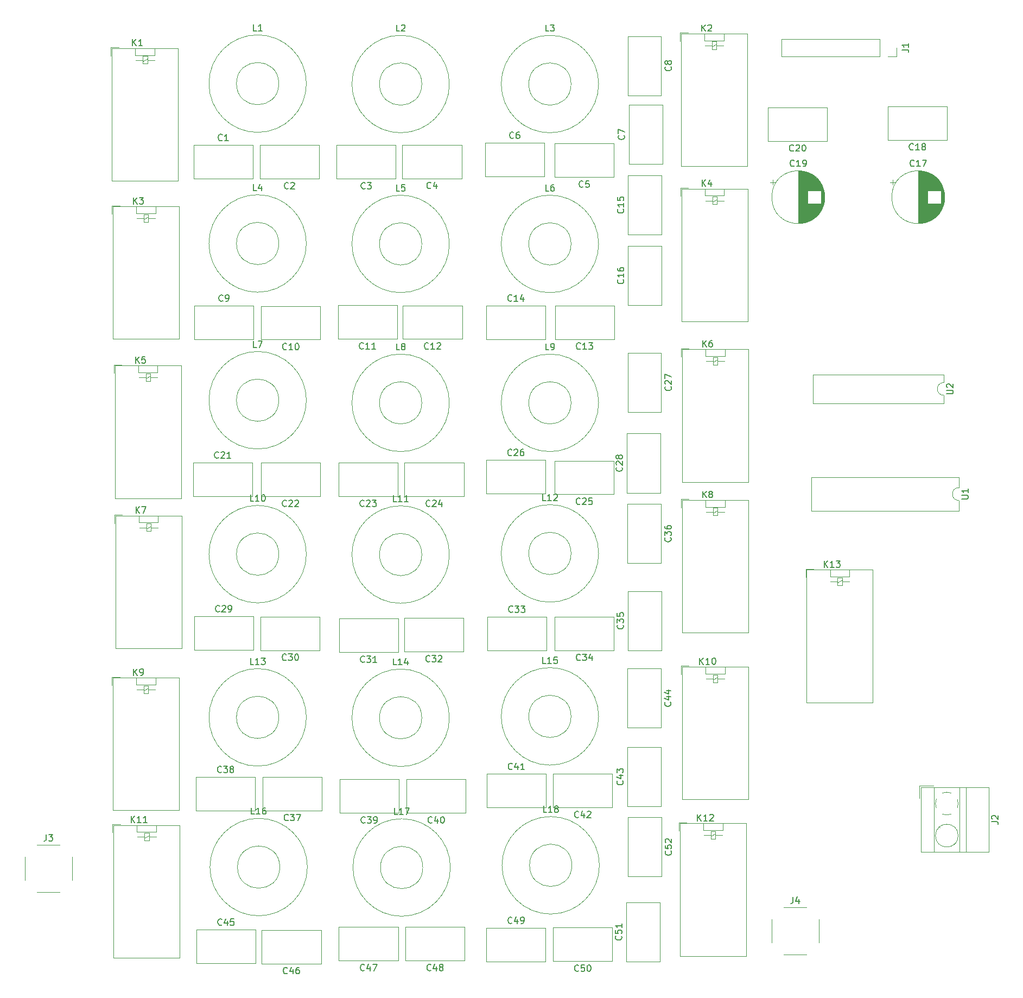
<source format=gbr>
G04 #@! TF.GenerationSoftware,KiCad,Pcbnew,(5.1.5)-3*
G04 #@! TF.CreationDate,2020-01-28T11:01:41+01:00*
G04 #@! TF.ProjectId,bandfilter,62616e64-6669-46c7-9465-722e6b696361,rev?*
G04 #@! TF.SameCoordinates,Original*
G04 #@! TF.FileFunction,Legend,Top*
G04 #@! TF.FilePolarity,Positive*
%FSLAX46Y46*%
G04 Gerber Fmt 4.6, Leading zero omitted, Abs format (unit mm)*
G04 Created by KiCad (PCBNEW (5.1.5)-3) date 2020-01-28 11:01:41*
%MOMM*%
%LPD*%
G04 APERTURE LIST*
%ADD10C,0.120000*%
%ADD11C,0.150000*%
G04 APERTURE END LIST*
D10*
X225388480Y-83423320D02*
X225388480Y-82173320D01*
X204948480Y-83423320D02*
X225388480Y-83423320D01*
X204948480Y-78923320D02*
X204948480Y-83423320D01*
X225388480Y-78923320D02*
X204948480Y-78923320D01*
X225388480Y-80173320D02*
X225388480Y-78923320D01*
X225388480Y-82173320D02*
G75*
G02X225388480Y-80173320I0J1000000D01*
G01*
X227735440Y-98566480D02*
G75*
G02X227735440Y-96566480I0J1000000D01*
G01*
X227735440Y-96566480D02*
X227735440Y-94916480D01*
X227735440Y-94916480D02*
X204755440Y-94916480D01*
X204755440Y-94916480D02*
X204755440Y-100216480D01*
X204755440Y-100216480D02*
X227735440Y-100216480D01*
X227735440Y-100216480D02*
X227735440Y-98566480D01*
X101396120Y-150392160D02*
X100696120Y-150392160D01*
X101396120Y-151592160D02*
X101396120Y-150392160D01*
X100696120Y-151592160D02*
X101396120Y-151592160D01*
X100696120Y-150392160D02*
X100696120Y-151592160D01*
X100696120Y-151192160D02*
X101396120Y-150792160D01*
X101396120Y-151022160D02*
X102496120Y-151022160D01*
X100696120Y-151022160D02*
X99596120Y-151022160D01*
X102526120Y-150242160D02*
X102526120Y-149182160D01*
X99526120Y-150242160D02*
X102526120Y-150242160D01*
X99526120Y-149182160D02*
X99526120Y-150222160D01*
X106196120Y-149182160D02*
X95876120Y-149182160D01*
X106196120Y-169852160D02*
X106196120Y-149182160D01*
X95876120Y-169852160D02*
X106196120Y-169852160D01*
X95876120Y-149182160D02*
X95876120Y-169852160D01*
X95716120Y-150332160D02*
X95716120Y-149032160D01*
X95716120Y-149032160D02*
X96926120Y-149032160D01*
X95929480Y-77399080D02*
X97139480Y-77399080D01*
X95929480Y-78699080D02*
X95929480Y-77399080D01*
X96089480Y-77549080D02*
X96089480Y-98219080D01*
X96089480Y-98219080D02*
X106409480Y-98219080D01*
X106409480Y-98219080D02*
X106409480Y-77549080D01*
X106409480Y-77549080D02*
X96089480Y-77549080D01*
X99739480Y-77549080D02*
X99739480Y-78589080D01*
X99739480Y-78609080D02*
X102739480Y-78609080D01*
X102739480Y-78609080D02*
X102739480Y-77549080D01*
X100909480Y-79389080D02*
X99809480Y-79389080D01*
X101609480Y-79389080D02*
X102709480Y-79389080D01*
X100909480Y-79559080D02*
X101609480Y-79159080D01*
X100909480Y-78759080D02*
X100909480Y-79959080D01*
X100909480Y-79959080D02*
X101609480Y-79959080D01*
X101609480Y-79959080D02*
X101609480Y-78759080D01*
X101609480Y-78759080D02*
X100909480Y-78759080D01*
X184423080Y-74859080D02*
X185633080Y-74859080D01*
X184423080Y-76159080D02*
X184423080Y-74859080D01*
X184583080Y-75009080D02*
X184583080Y-95679080D01*
X184583080Y-95679080D02*
X194903080Y-95679080D01*
X194903080Y-95679080D02*
X194903080Y-75009080D01*
X194903080Y-75009080D02*
X184583080Y-75009080D01*
X188233080Y-75009080D02*
X188233080Y-76049080D01*
X188233080Y-76069080D02*
X191233080Y-76069080D01*
X191233080Y-76069080D02*
X191233080Y-75009080D01*
X189403080Y-76849080D02*
X188303080Y-76849080D01*
X190103080Y-76849080D02*
X191203080Y-76849080D01*
X189403080Y-77019080D02*
X190103080Y-76619080D01*
X189403080Y-76219080D02*
X189403080Y-77419080D01*
X189403080Y-77419080D02*
X190103080Y-77419080D01*
X190103080Y-77419080D02*
X190103080Y-76219080D01*
X190103080Y-76219080D02*
X189403080Y-76219080D01*
X117610000Y-43145720D02*
X117610000Y-48385720D01*
X108370000Y-43145720D02*
X108370000Y-48385720D01*
X108370000Y-48385720D02*
X117610000Y-48385720D01*
X108370000Y-43145720D02*
X117610000Y-43145720D01*
X153825840Y-42795200D02*
X163065840Y-42795200D01*
X153825840Y-48035200D02*
X163065840Y-48035200D01*
X153825840Y-42795200D02*
X153825840Y-48035200D01*
X163065840Y-42795200D02*
X163065840Y-48035200D01*
X215404700Y-26632860D02*
X215404700Y-29292860D01*
X215404700Y-26632860D02*
X200104700Y-26632860D01*
X200104700Y-26632860D02*
X200104700Y-29292860D01*
X215404700Y-29292860D02*
X200104700Y-29292860D01*
X218004700Y-29292860D02*
X216674700Y-29292860D01*
X218004700Y-27962860D02*
X218004700Y-29292860D01*
X95462120Y-27914800D02*
X96672120Y-27914800D01*
X95462120Y-29214800D02*
X95462120Y-27914800D01*
X95622120Y-28064800D02*
X95622120Y-48734800D01*
X95622120Y-48734800D02*
X105942120Y-48734800D01*
X105942120Y-48734800D02*
X105942120Y-28064800D01*
X105942120Y-28064800D02*
X95622120Y-28064800D01*
X99272120Y-28064800D02*
X99272120Y-29104800D01*
X99272120Y-29124800D02*
X102272120Y-29124800D01*
X102272120Y-29124800D02*
X102272120Y-28064800D01*
X100442120Y-29904800D02*
X99342120Y-29904800D01*
X101142120Y-29904800D02*
X102242120Y-29904800D01*
X100442120Y-30074800D02*
X101142120Y-29674800D01*
X100442120Y-29274800D02*
X100442120Y-30474800D01*
X100442120Y-30474800D02*
X101142120Y-30474800D01*
X101142120Y-30474800D02*
X101142120Y-29274800D01*
X101142120Y-29274800D02*
X100442120Y-29274800D01*
X95619600Y-52578200D02*
X96829600Y-52578200D01*
X95619600Y-53878200D02*
X95619600Y-52578200D01*
X95779600Y-52728200D02*
X95779600Y-73398200D01*
X95779600Y-73398200D02*
X106099600Y-73398200D01*
X106099600Y-73398200D02*
X106099600Y-52728200D01*
X106099600Y-52728200D02*
X95779600Y-52728200D01*
X99429600Y-52728200D02*
X99429600Y-53768200D01*
X99429600Y-53788200D02*
X102429600Y-53788200D01*
X102429600Y-53788200D02*
X102429600Y-52728200D01*
X100599600Y-54568200D02*
X99499600Y-54568200D01*
X101299600Y-54568200D02*
X102399600Y-54568200D01*
X100599600Y-54738200D02*
X101299600Y-54338200D01*
X100599600Y-53938200D02*
X100599600Y-55138200D01*
X100599600Y-55138200D02*
X101299600Y-55138200D01*
X101299600Y-55138200D02*
X101299600Y-53938200D01*
X101299600Y-53938200D02*
X100599600Y-53938200D01*
X101675520Y-102167720D02*
X100975520Y-102167720D01*
X101675520Y-103367720D02*
X101675520Y-102167720D01*
X100975520Y-103367720D02*
X101675520Y-103367720D01*
X100975520Y-102167720D02*
X100975520Y-103367720D01*
X100975520Y-102967720D02*
X101675520Y-102567720D01*
X101675520Y-102797720D02*
X102775520Y-102797720D01*
X100975520Y-102797720D02*
X99875520Y-102797720D01*
X102805520Y-102017720D02*
X102805520Y-100957720D01*
X99805520Y-102017720D02*
X102805520Y-102017720D01*
X99805520Y-100957720D02*
X99805520Y-101997720D01*
X106475520Y-100957720D02*
X96155520Y-100957720D01*
X106475520Y-121627720D02*
X106475520Y-100957720D01*
X96155520Y-121627720D02*
X106475520Y-121627720D01*
X96155520Y-100957720D02*
X96155520Y-121627720D01*
X95995520Y-102107720D02*
X95995520Y-100807720D01*
X95995520Y-100807720D02*
X97205520Y-100807720D01*
X101299600Y-127430560D02*
X100599600Y-127430560D01*
X101299600Y-128630560D02*
X101299600Y-127430560D01*
X100599600Y-128630560D02*
X101299600Y-128630560D01*
X100599600Y-127430560D02*
X100599600Y-128630560D01*
X100599600Y-128230560D02*
X101299600Y-127830560D01*
X101299600Y-128060560D02*
X102399600Y-128060560D01*
X100599600Y-128060560D02*
X99499600Y-128060560D01*
X102429600Y-127280560D02*
X102429600Y-126220560D01*
X99429600Y-127280560D02*
X102429600Y-127280560D01*
X99429600Y-126220560D02*
X99429600Y-127260560D01*
X106099600Y-126220560D02*
X95779600Y-126220560D01*
X106099600Y-146890560D02*
X106099600Y-126220560D01*
X95779600Y-146890560D02*
X106099600Y-146890560D01*
X95779600Y-126220560D02*
X95779600Y-146890560D01*
X95619600Y-127370560D02*
X95619600Y-126070560D01*
X95619600Y-126070560D02*
X96829600Y-126070560D01*
X189950680Y-26993880D02*
X189250680Y-26993880D01*
X189950680Y-28193880D02*
X189950680Y-26993880D01*
X189250680Y-28193880D02*
X189950680Y-28193880D01*
X189250680Y-26993880D02*
X189250680Y-28193880D01*
X189250680Y-27793880D02*
X189950680Y-27393880D01*
X189950680Y-27623880D02*
X191050680Y-27623880D01*
X189250680Y-27623880D02*
X188150680Y-27623880D01*
X191080680Y-26843880D02*
X191080680Y-25783880D01*
X188080680Y-26843880D02*
X191080680Y-26843880D01*
X188080680Y-25783880D02*
X188080680Y-26823880D01*
X194750680Y-25783880D02*
X184430680Y-25783880D01*
X194750680Y-46453880D02*
X194750680Y-25783880D01*
X184430680Y-46453880D02*
X194750680Y-46453880D01*
X184430680Y-25783880D02*
X184430680Y-46453880D01*
X184270680Y-26933880D02*
X184270680Y-25633880D01*
X184270680Y-25633880D02*
X185480680Y-25633880D01*
X184301160Y-49824840D02*
X185511160Y-49824840D01*
X184301160Y-51124840D02*
X184301160Y-49824840D01*
X184461160Y-49974840D02*
X184461160Y-70644840D01*
X184461160Y-70644840D02*
X194781160Y-70644840D01*
X194781160Y-70644840D02*
X194781160Y-49974840D01*
X194781160Y-49974840D02*
X184461160Y-49974840D01*
X188111160Y-49974840D02*
X188111160Y-51014840D01*
X188111160Y-51034840D02*
X191111160Y-51034840D01*
X191111160Y-51034840D02*
X191111160Y-49974840D01*
X189281160Y-51814840D02*
X188181160Y-51814840D01*
X189981160Y-51814840D02*
X191081160Y-51814840D01*
X189281160Y-51984840D02*
X189981160Y-51584840D01*
X189281160Y-51184840D02*
X189281160Y-52384840D01*
X189281160Y-52384840D02*
X189981160Y-52384840D01*
X189981160Y-52384840D02*
X189981160Y-51184840D01*
X189981160Y-51184840D02*
X189281160Y-51184840D01*
X190103080Y-99719160D02*
X189403080Y-99719160D01*
X190103080Y-100919160D02*
X190103080Y-99719160D01*
X189403080Y-100919160D02*
X190103080Y-100919160D01*
X189403080Y-99719160D02*
X189403080Y-100919160D01*
X189403080Y-100519160D02*
X190103080Y-100119160D01*
X190103080Y-100349160D02*
X191203080Y-100349160D01*
X189403080Y-100349160D02*
X188303080Y-100349160D01*
X191233080Y-99569160D02*
X191233080Y-98509160D01*
X188233080Y-99569160D02*
X191233080Y-99569160D01*
X188233080Y-98509160D02*
X188233080Y-99549160D01*
X194903080Y-98509160D02*
X184583080Y-98509160D01*
X194903080Y-119179160D02*
X194903080Y-98509160D01*
X184583080Y-119179160D02*
X194903080Y-119179160D01*
X184583080Y-98509160D02*
X184583080Y-119179160D01*
X184423080Y-99659160D02*
X184423080Y-98359160D01*
X184423080Y-98359160D02*
X185633080Y-98359160D01*
X184423080Y-124368760D02*
X185633080Y-124368760D01*
X184423080Y-125668760D02*
X184423080Y-124368760D01*
X184583080Y-124518760D02*
X184583080Y-145188760D01*
X184583080Y-145188760D02*
X194903080Y-145188760D01*
X194903080Y-145188760D02*
X194903080Y-124518760D01*
X194903080Y-124518760D02*
X184583080Y-124518760D01*
X188233080Y-124518760D02*
X188233080Y-125558760D01*
X188233080Y-125578760D02*
X191233080Y-125578760D01*
X191233080Y-125578760D02*
X191233080Y-124518760D01*
X189403080Y-126358760D02*
X188303080Y-126358760D01*
X190103080Y-126358760D02*
X191203080Y-126358760D01*
X189403080Y-126528760D02*
X190103080Y-126128760D01*
X189403080Y-125728760D02*
X189403080Y-126928760D01*
X189403080Y-126928760D02*
X190103080Y-126928760D01*
X190103080Y-126928760D02*
X190103080Y-125728760D01*
X190103080Y-125728760D02*
X189403080Y-125728760D01*
X189757640Y-150128000D02*
X189057640Y-150128000D01*
X189757640Y-151328000D02*
X189757640Y-150128000D01*
X189057640Y-151328000D02*
X189757640Y-151328000D01*
X189057640Y-150128000D02*
X189057640Y-151328000D01*
X189057640Y-150928000D02*
X189757640Y-150528000D01*
X189757640Y-150758000D02*
X190857640Y-150758000D01*
X189057640Y-150758000D02*
X187957640Y-150758000D01*
X190887640Y-149978000D02*
X190887640Y-148918000D01*
X187887640Y-149978000D02*
X190887640Y-149978000D01*
X187887640Y-148918000D02*
X187887640Y-149958000D01*
X194557640Y-148918000D02*
X184237640Y-148918000D01*
X194557640Y-169588000D02*
X194557640Y-148918000D01*
X184237640Y-169588000D02*
X194557640Y-169588000D01*
X184237640Y-148918000D02*
X184237640Y-169588000D01*
X184077640Y-150068000D02*
X184077640Y-148768000D01*
X184077640Y-148768000D02*
X185287640Y-148768000D01*
X121642680Y-33565300D02*
G75*
G03X121642680Y-33565300I-3300000J0D01*
G01*
X125942680Y-33565300D02*
G75*
G03X125942680Y-33565300I-7600000J0D01*
G01*
X148254040Y-33631340D02*
G75*
G03X148254040Y-33631340I-7600000J0D01*
G01*
X143954040Y-33631340D02*
G75*
G03X143954040Y-33631340I-3300000J0D01*
G01*
X118676040Y-48400960D02*
X118676040Y-43160960D01*
X127916040Y-48400960D02*
X127916040Y-43160960D01*
X127916040Y-43160960D02*
X118676040Y-43160960D01*
X127916040Y-48400960D02*
X118676040Y-48400960D01*
X130659760Y-48395880D02*
X130659760Y-43155880D01*
X139899760Y-48395880D02*
X139899760Y-43155880D01*
X139899760Y-43155880D02*
X130659760Y-43155880D01*
X139899760Y-48395880D02*
X130659760Y-48395880D01*
X176267120Y-46102640D02*
X176267120Y-36862640D01*
X181507120Y-46102640D02*
X181507120Y-36862640D01*
X176267120Y-46102640D02*
X181507120Y-46102640D01*
X176267120Y-36862640D02*
X181507120Y-36862640D01*
X181314080Y-35405440D02*
X176074080Y-35405440D01*
X181314080Y-26165440D02*
X176074080Y-26165440D01*
X176074080Y-26165440D02*
X176074080Y-35405440D01*
X181314080Y-26165440D02*
X181314080Y-35405440D01*
X225888920Y-42340520D02*
X216648920Y-42340520D01*
X225888920Y-37100520D02*
X216648920Y-37100520D01*
X225888920Y-42340520D02*
X225888920Y-37100520D01*
X216648920Y-42340520D02*
X216648920Y-37100520D01*
X207204680Y-42513240D02*
X197964680Y-42513240D01*
X207204680Y-37273240D02*
X197964680Y-37273240D01*
X207204680Y-42513240D02*
X207204680Y-37273240D01*
X197964680Y-42513240D02*
X197964680Y-37273240D01*
X140921360Y-48355240D02*
X140921360Y-43115240D01*
X150161360Y-48355240D02*
X150161360Y-43115240D01*
X150161360Y-43115240D02*
X140921360Y-43115240D01*
X150161360Y-48355240D02*
X140921360Y-48355240D01*
X173905280Y-48141880D02*
X164665280Y-48141880D01*
X173905280Y-42901880D02*
X164665280Y-42901880D01*
X173905280Y-48141880D02*
X173905280Y-42901880D01*
X164665280Y-48141880D02*
X164665280Y-42901880D01*
X117701440Y-68195200D02*
X117701440Y-73435200D01*
X108461440Y-68195200D02*
X108461440Y-73435200D01*
X108461440Y-73435200D02*
X117701440Y-73435200D01*
X108461440Y-68195200D02*
X117701440Y-68195200D01*
X128119240Y-73486000D02*
X118879240Y-73486000D01*
X128119240Y-68246000D02*
X118879240Y-68246000D01*
X128119240Y-73486000D02*
X128119240Y-68246000D01*
X118879240Y-73486000D02*
X118879240Y-68246000D01*
X130857880Y-73374240D02*
X130857880Y-68134240D01*
X140097880Y-73374240D02*
X140097880Y-68134240D01*
X140097880Y-68134240D02*
X130857880Y-68134240D01*
X140097880Y-73374240D02*
X130857880Y-73374240D01*
X141002640Y-73399640D02*
X141002640Y-68159640D01*
X150242640Y-73399640D02*
X150242640Y-68159640D01*
X150242640Y-68159640D02*
X141002640Y-68159640D01*
X150242640Y-73399640D02*
X141002640Y-73399640D01*
X173966240Y-73404720D02*
X164726240Y-73404720D01*
X173966240Y-68164720D02*
X164726240Y-68164720D01*
X173966240Y-73404720D02*
X173966240Y-68164720D01*
X164726240Y-73404720D02*
X164726240Y-68164720D01*
X154008720Y-68164720D02*
X163248720Y-68164720D01*
X154008720Y-73404720D02*
X163248720Y-73404720D01*
X154008720Y-68164720D02*
X154008720Y-73404720D01*
X163248720Y-68164720D02*
X163248720Y-73404720D01*
X176135040Y-57111000D02*
X176135040Y-47871000D01*
X181375040Y-57111000D02*
X181375040Y-47871000D01*
X176135040Y-57111000D02*
X181375040Y-57111000D01*
X176135040Y-47871000D02*
X181375040Y-47871000D01*
X176135040Y-58869200D02*
X181375040Y-58869200D01*
X176135040Y-68109200D02*
X181375040Y-68109200D01*
X181375040Y-68109200D02*
X181375040Y-58869200D01*
X176135040Y-68109200D02*
X176135040Y-58869200D01*
X117503320Y-92655400D02*
X117503320Y-97895400D01*
X108263320Y-92655400D02*
X108263320Y-97895400D01*
X108263320Y-97895400D02*
X117503320Y-97895400D01*
X108263320Y-92655400D02*
X117503320Y-92655400D01*
X128088760Y-97936040D02*
X118848760Y-97936040D01*
X128088760Y-92696040D02*
X118848760Y-92696040D01*
X128088760Y-97936040D02*
X128088760Y-92696040D01*
X118848760Y-97936040D02*
X118848760Y-92696040D01*
X140194400Y-97920800D02*
X130954400Y-97920800D01*
X140194400Y-92680800D02*
X130954400Y-92680800D01*
X140194400Y-97920800D02*
X140194400Y-92680800D01*
X130954400Y-97920800D02*
X130954400Y-92680800D01*
X150496640Y-97920800D02*
X141256640Y-97920800D01*
X150496640Y-92680800D02*
X141256640Y-92680800D01*
X150496640Y-97920800D02*
X150496640Y-92680800D01*
X141256640Y-97920800D02*
X141256640Y-92680800D01*
X164665280Y-97610920D02*
X164665280Y-92370920D01*
X173905280Y-97610920D02*
X173905280Y-92370920D01*
X173905280Y-92370920D02*
X164665280Y-92370920D01*
X173905280Y-97610920D02*
X164665280Y-97610920D01*
X163248720Y-92259160D02*
X163248720Y-97499160D01*
X154008720Y-92259160D02*
X154008720Y-97499160D01*
X154008720Y-97499160D02*
X163248720Y-97499160D01*
X154008720Y-92259160D02*
X163248720Y-92259160D01*
X181309000Y-84777960D02*
X176069000Y-84777960D01*
X181309000Y-75537960D02*
X176069000Y-75537960D01*
X176069000Y-75537960D02*
X176069000Y-84777960D01*
X181309000Y-75537960D02*
X181309000Y-84777960D01*
X175936920Y-97375080D02*
X175936920Y-88135080D01*
X181176920Y-97375080D02*
X181176920Y-88135080D01*
X175936920Y-97375080D02*
X181176920Y-97375080D01*
X175936920Y-88135080D02*
X181176920Y-88135080D01*
X108419520Y-116627920D02*
X117659520Y-116627920D01*
X108419520Y-121867920D02*
X117659520Y-121867920D01*
X108419520Y-116627920D02*
X108419520Y-121867920D01*
X117659520Y-116627920D02*
X117659520Y-121867920D01*
X128053200Y-121923800D02*
X118813200Y-121923800D01*
X128053200Y-116683800D02*
X118813200Y-116683800D01*
X128053200Y-121923800D02*
X128053200Y-116683800D01*
X118813200Y-121923800D02*
X118813200Y-116683800D01*
X131034040Y-122243840D02*
X131034040Y-117003840D01*
X140274040Y-122243840D02*
X140274040Y-117003840D01*
X140274040Y-117003840D02*
X131034040Y-117003840D01*
X140274040Y-122243840D02*
X131034040Y-122243840D01*
X141216000Y-122147320D02*
X141216000Y-116907320D01*
X150456000Y-122147320D02*
X150456000Y-116907320D01*
X150456000Y-116907320D02*
X141216000Y-116907320D01*
X150456000Y-122147320D02*
X141216000Y-122147320D01*
X154150960Y-116688880D02*
X163390960Y-116688880D01*
X154150960Y-121928880D02*
X163390960Y-121928880D01*
X154150960Y-116688880D02*
X154150960Y-121928880D01*
X163390960Y-116688880D02*
X163390960Y-121928880D01*
X164705920Y-121928880D02*
X164705920Y-116688880D01*
X173945920Y-121928880D02*
X173945920Y-116688880D01*
X173945920Y-116688880D02*
X164705920Y-116688880D01*
X173945920Y-121928880D02*
X164705920Y-121928880D01*
X176094400Y-121947040D02*
X176094400Y-112707040D01*
X181334400Y-121947040D02*
X181334400Y-112707040D01*
X176094400Y-121947040D02*
X181334400Y-121947040D01*
X176094400Y-112707040D02*
X181334400Y-112707040D01*
X181258200Y-99104080D02*
X181258200Y-108344080D01*
X176018200Y-99104080D02*
X176018200Y-108344080D01*
X181258200Y-99104080D02*
X176018200Y-99104080D01*
X181258200Y-108344080D02*
X176018200Y-108344080D01*
X119143400Y-146917400D02*
X119143400Y-141677400D01*
X128383400Y-146917400D02*
X128383400Y-141677400D01*
X128383400Y-141677400D02*
X119143400Y-141677400D01*
X128383400Y-146917400D02*
X119143400Y-146917400D01*
X117945280Y-141667240D02*
X117945280Y-146907240D01*
X108705280Y-141667240D02*
X108705280Y-146907240D01*
X108705280Y-146907240D02*
X117945280Y-146907240D01*
X108705280Y-141667240D02*
X117945280Y-141667240D01*
X131116960Y-147288240D02*
X131116960Y-142048240D01*
X140356960Y-147288240D02*
X140356960Y-142048240D01*
X140356960Y-142048240D02*
X131116960Y-142048240D01*
X140356960Y-147288240D02*
X131116960Y-147288240D01*
X141576680Y-147288240D02*
X141576680Y-142048240D01*
X150816680Y-147288240D02*
X150816680Y-142048240D01*
X150816680Y-142048240D02*
X141576680Y-142048240D01*
X150816680Y-147288240D02*
X141576680Y-147288240D01*
X154095080Y-141215120D02*
X163335080Y-141215120D01*
X154095080Y-146455120D02*
X163335080Y-146455120D01*
X154095080Y-141215120D02*
X154095080Y-146455120D01*
X163335080Y-141215120D02*
X163335080Y-146455120D01*
X173681760Y-146434800D02*
X164441760Y-146434800D01*
X173681760Y-141194800D02*
X164441760Y-141194800D01*
X173681760Y-146434800D02*
X173681760Y-141194800D01*
X164441760Y-146434800D02*
X164441760Y-141194800D01*
X176058840Y-146259920D02*
X176058840Y-137019920D01*
X181298840Y-146259920D02*
X181298840Y-137019920D01*
X176058840Y-146259920D02*
X181298840Y-146259920D01*
X176058840Y-137019920D02*
X181298840Y-137019920D01*
X181242960Y-134003160D02*
X176002960Y-134003160D01*
X181242960Y-124763160D02*
X176002960Y-124763160D01*
X176002960Y-124763160D02*
X176002960Y-134003160D01*
X181242960Y-124763160D02*
X181242960Y-134003160D01*
X118016400Y-165487360D02*
X118016400Y-170727360D01*
X108776400Y-165487360D02*
X108776400Y-170727360D01*
X108776400Y-170727360D02*
X118016400Y-170727360D01*
X108776400Y-165487360D02*
X118016400Y-165487360D01*
X128236080Y-170783240D02*
X118996080Y-170783240D01*
X128236080Y-165543240D02*
X118996080Y-165543240D01*
X128236080Y-170783240D02*
X128236080Y-165543240D01*
X118996080Y-170783240D02*
X118996080Y-165543240D01*
X140260440Y-170305720D02*
X131020440Y-170305720D01*
X140260440Y-165065720D02*
X131020440Y-165065720D01*
X140260440Y-170305720D02*
X140260440Y-165065720D01*
X131020440Y-170305720D02*
X131020440Y-165065720D01*
X141388720Y-170305720D02*
X141388720Y-165065720D01*
X150628720Y-170305720D02*
X150628720Y-165065720D01*
X150628720Y-165065720D02*
X141388720Y-165065720D01*
X150628720Y-170305720D02*
X141388720Y-170305720D01*
X163279200Y-165213040D02*
X163279200Y-170453040D01*
X154039200Y-165213040D02*
X154039200Y-170453040D01*
X154039200Y-170453040D02*
X163279200Y-170453040D01*
X154039200Y-165213040D02*
X163279200Y-165213040D01*
X164431600Y-170407320D02*
X164431600Y-165167320D01*
X173671600Y-170407320D02*
X173671600Y-165167320D01*
X173671600Y-165167320D02*
X164431600Y-165167320D01*
X173671600Y-170407320D02*
X164431600Y-170407320D01*
X175825160Y-170455960D02*
X175825160Y-161215960D01*
X181065160Y-170455960D02*
X181065160Y-161215960D01*
X175825160Y-170455960D02*
X181065160Y-170455960D01*
X175825160Y-161215960D02*
X181065160Y-161215960D01*
X181334400Y-147973680D02*
X181334400Y-157213680D01*
X176094400Y-147973680D02*
X176094400Y-157213680D01*
X181334400Y-147973680D02*
X176094400Y-147973680D01*
X181334400Y-157213680D02*
X176094400Y-157213680D01*
X171540760Y-33631340D02*
G75*
G03X171540760Y-33631340I-7600000J0D01*
G01*
X167240760Y-33631340D02*
G75*
G03X167240760Y-33631340I-3300000J0D01*
G01*
X121642680Y-58492240D02*
G75*
G03X121642680Y-58492240I-3300000J0D01*
G01*
X125942680Y-58492240D02*
G75*
G03X125942680Y-58492240I-7600000J0D01*
G01*
X143954040Y-58558280D02*
G75*
G03X143954040Y-58558280I-3300000J0D01*
G01*
X148254040Y-58558280D02*
G75*
G03X148254040Y-58558280I-7600000J0D01*
G01*
X171540760Y-58558280D02*
G75*
G03X171540760Y-58558280I-7600000J0D01*
G01*
X167240760Y-58558280D02*
G75*
G03X167240760Y-58558280I-3300000J0D01*
G01*
X125942680Y-82933960D02*
G75*
G03X125942680Y-82933960I-7600000J0D01*
G01*
X121642680Y-82933960D02*
G75*
G03X121642680Y-82933960I-3300000J0D01*
G01*
X143954040Y-83341200D02*
G75*
G03X143954040Y-83341200I-3300000J0D01*
G01*
X148254040Y-83341200D02*
G75*
G03X148254040Y-83341200I-7600000J0D01*
G01*
X167240760Y-83341200D02*
G75*
G03X167240760Y-83341200I-3300000J0D01*
G01*
X171540760Y-83341200D02*
G75*
G03X171540760Y-83341200I-7600000J0D01*
G01*
X121642680Y-106933960D02*
G75*
G03X121642680Y-106933960I-3300000J0D01*
G01*
X125942680Y-106933960D02*
G75*
G03X125942680Y-106933960I-7600000J0D01*
G01*
X148254040Y-107000000D02*
G75*
G03X148254040Y-107000000I-7600000J0D01*
G01*
X143954040Y-107000000D02*
G75*
G03X143954040Y-107000000I-3300000J0D01*
G01*
X171540760Y-106820960D02*
G75*
G03X171540760Y-106820960I-7600000J0D01*
G01*
X167240760Y-106820960D02*
G75*
G03X167240760Y-106820960I-3300000J0D01*
G01*
X125942680Y-132383520D02*
G75*
G03X125942680Y-132383520I-7600000J0D01*
G01*
X121642680Y-132383520D02*
G75*
G03X121642680Y-132383520I-3300000J0D01*
G01*
X143954040Y-132449560D02*
G75*
G03X143954040Y-132449560I-3300000J0D01*
G01*
X148254040Y-132449560D02*
G75*
G03X148254040Y-132449560I-7600000J0D01*
G01*
X167240760Y-132231120D02*
G75*
G03X167240760Y-132231120I-3300000J0D01*
G01*
X171540760Y-132231120D02*
G75*
G03X171540760Y-132231120I-7600000J0D01*
G01*
X126100160Y-155727960D02*
G75*
G03X126100160Y-155727960I-7600000J0D01*
G01*
X121800160Y-155727960D02*
G75*
G03X121800160Y-155727960I-3300000J0D01*
G01*
X148411520Y-155794000D02*
G75*
G03X148411520Y-155794000I-7600000J0D01*
G01*
X144111520Y-155794000D02*
G75*
G03X144111520Y-155794000I-3300000J0D01*
G01*
X167362680Y-155451800D02*
G75*
G03X167362680Y-155451800I-3300000J0D01*
G01*
X171662680Y-155451800D02*
G75*
G03X171662680Y-155451800I-7600000J0D01*
G01*
X217387502Y-48552360D02*
X217387502Y-49352360D01*
X216987502Y-48952360D02*
X217787502Y-48952360D01*
X225478200Y-50734360D02*
X225478200Y-51800360D01*
X225438200Y-50499360D02*
X225438200Y-52035360D01*
X225398200Y-50319360D02*
X225398200Y-52215360D01*
X225358200Y-50169360D02*
X225358200Y-52365360D01*
X225318200Y-50038360D02*
X225318200Y-52496360D01*
X225278200Y-49921360D02*
X225278200Y-52613360D01*
X225238200Y-49814360D02*
X225238200Y-52720360D01*
X225198200Y-49715360D02*
X225198200Y-52819360D01*
X225158200Y-49622360D02*
X225158200Y-52912360D01*
X225118200Y-49536360D02*
X225118200Y-52998360D01*
X225078200Y-49454360D02*
X225078200Y-53080360D01*
X225038200Y-49377360D02*
X225038200Y-53157360D01*
X224998200Y-49303360D02*
X224998200Y-53231360D01*
X224958200Y-49233360D02*
X224958200Y-53301360D01*
X224918200Y-52307360D02*
X224918200Y-53369360D01*
X224918200Y-49165360D02*
X224918200Y-50227360D01*
X224878200Y-52307360D02*
X224878200Y-53433360D01*
X224878200Y-49101360D02*
X224878200Y-50227360D01*
X224838200Y-52307360D02*
X224838200Y-53495360D01*
X224838200Y-49039360D02*
X224838200Y-50227360D01*
X224798200Y-52307360D02*
X224798200Y-53554360D01*
X224798200Y-48980360D02*
X224798200Y-50227360D01*
X224758200Y-52307360D02*
X224758200Y-53612360D01*
X224758200Y-48922360D02*
X224758200Y-50227360D01*
X224718200Y-52307360D02*
X224718200Y-53667360D01*
X224718200Y-48867360D02*
X224718200Y-50227360D01*
X224678200Y-52307360D02*
X224678200Y-53721360D01*
X224678200Y-48813360D02*
X224678200Y-50227360D01*
X224638200Y-52307360D02*
X224638200Y-53772360D01*
X224638200Y-48762360D02*
X224638200Y-50227360D01*
X224598200Y-52307360D02*
X224598200Y-53823360D01*
X224598200Y-48711360D02*
X224598200Y-50227360D01*
X224558200Y-52307360D02*
X224558200Y-53871360D01*
X224558200Y-48663360D02*
X224558200Y-50227360D01*
X224518200Y-52307360D02*
X224518200Y-53918360D01*
X224518200Y-48616360D02*
X224518200Y-50227360D01*
X224478200Y-52307360D02*
X224478200Y-53964360D01*
X224478200Y-48570360D02*
X224478200Y-50227360D01*
X224438200Y-52307360D02*
X224438200Y-54008360D01*
X224438200Y-48526360D02*
X224438200Y-50227360D01*
X224398200Y-52307360D02*
X224398200Y-54051360D01*
X224398200Y-48483360D02*
X224398200Y-50227360D01*
X224358200Y-52307360D02*
X224358200Y-54093360D01*
X224358200Y-48441360D02*
X224358200Y-50227360D01*
X224318200Y-52307360D02*
X224318200Y-54134360D01*
X224318200Y-48400360D02*
X224318200Y-50227360D01*
X224278200Y-52307360D02*
X224278200Y-54174360D01*
X224278200Y-48360360D02*
X224278200Y-50227360D01*
X224238200Y-52307360D02*
X224238200Y-54212360D01*
X224238200Y-48322360D02*
X224238200Y-50227360D01*
X224198200Y-52307360D02*
X224198200Y-54250360D01*
X224198200Y-48284360D02*
X224198200Y-50227360D01*
X224158200Y-52307360D02*
X224158200Y-54286360D01*
X224158200Y-48248360D02*
X224158200Y-50227360D01*
X224118200Y-52307360D02*
X224118200Y-54322360D01*
X224118200Y-48212360D02*
X224118200Y-50227360D01*
X224078200Y-52307360D02*
X224078200Y-54357360D01*
X224078200Y-48177360D02*
X224078200Y-50227360D01*
X224038200Y-52307360D02*
X224038200Y-54391360D01*
X224038200Y-48143360D02*
X224038200Y-50227360D01*
X223998200Y-52307360D02*
X223998200Y-54423360D01*
X223998200Y-48111360D02*
X223998200Y-50227360D01*
X223958200Y-52307360D02*
X223958200Y-54456360D01*
X223958200Y-48078360D02*
X223958200Y-50227360D01*
X223918200Y-52307360D02*
X223918200Y-54487360D01*
X223918200Y-48047360D02*
X223918200Y-50227360D01*
X223878200Y-52307360D02*
X223878200Y-54517360D01*
X223878200Y-48017360D02*
X223878200Y-50227360D01*
X223838200Y-52307360D02*
X223838200Y-54547360D01*
X223838200Y-47987360D02*
X223838200Y-50227360D01*
X223798200Y-52307360D02*
X223798200Y-54576360D01*
X223798200Y-47958360D02*
X223798200Y-50227360D01*
X223758200Y-52307360D02*
X223758200Y-54605360D01*
X223758200Y-47929360D02*
X223758200Y-50227360D01*
X223718200Y-52307360D02*
X223718200Y-54632360D01*
X223718200Y-47902360D02*
X223718200Y-50227360D01*
X223678200Y-52307360D02*
X223678200Y-54659360D01*
X223678200Y-47875360D02*
X223678200Y-50227360D01*
X223638200Y-52307360D02*
X223638200Y-54685360D01*
X223638200Y-47849360D02*
X223638200Y-50227360D01*
X223598200Y-52307360D02*
X223598200Y-54711360D01*
X223598200Y-47823360D02*
X223598200Y-50227360D01*
X223558200Y-52307360D02*
X223558200Y-54736360D01*
X223558200Y-47798360D02*
X223558200Y-50227360D01*
X223518200Y-52307360D02*
X223518200Y-54760360D01*
X223518200Y-47774360D02*
X223518200Y-50227360D01*
X223478200Y-52307360D02*
X223478200Y-54784360D01*
X223478200Y-47750360D02*
X223478200Y-50227360D01*
X223438200Y-52307360D02*
X223438200Y-54807360D01*
X223438200Y-47727360D02*
X223438200Y-50227360D01*
X223398200Y-52307360D02*
X223398200Y-54829360D01*
X223398200Y-47705360D02*
X223398200Y-50227360D01*
X223358200Y-52307360D02*
X223358200Y-54851360D01*
X223358200Y-47683360D02*
X223358200Y-50227360D01*
X223318200Y-52307360D02*
X223318200Y-54873360D01*
X223318200Y-47661360D02*
X223318200Y-50227360D01*
X223278200Y-52307360D02*
X223278200Y-54894360D01*
X223278200Y-47640360D02*
X223278200Y-50227360D01*
X223238200Y-52307360D02*
X223238200Y-54914360D01*
X223238200Y-47620360D02*
X223238200Y-50227360D01*
X223198200Y-52307360D02*
X223198200Y-54933360D01*
X223198200Y-47601360D02*
X223198200Y-50227360D01*
X223158200Y-52307360D02*
X223158200Y-54953360D01*
X223158200Y-47581360D02*
X223158200Y-50227360D01*
X223118200Y-52307360D02*
X223118200Y-54971360D01*
X223118200Y-47563360D02*
X223118200Y-50227360D01*
X223078200Y-52307360D02*
X223078200Y-54989360D01*
X223078200Y-47545360D02*
X223078200Y-50227360D01*
X223038200Y-52307360D02*
X223038200Y-55007360D01*
X223038200Y-47527360D02*
X223038200Y-50227360D01*
X222998200Y-52307360D02*
X222998200Y-55024360D01*
X222998200Y-47510360D02*
X222998200Y-50227360D01*
X222958200Y-52307360D02*
X222958200Y-55041360D01*
X222958200Y-47493360D02*
X222958200Y-50227360D01*
X222918200Y-52307360D02*
X222918200Y-55057360D01*
X222918200Y-47477360D02*
X222918200Y-50227360D01*
X222878200Y-52307360D02*
X222878200Y-55072360D01*
X222878200Y-47462360D02*
X222878200Y-50227360D01*
X222838200Y-47446360D02*
X222838200Y-55088360D01*
X222798200Y-47432360D02*
X222798200Y-55102360D01*
X222758200Y-47417360D02*
X222758200Y-55117360D01*
X222718200Y-47404360D02*
X222718200Y-55130360D01*
X222678200Y-47390360D02*
X222678200Y-55144360D01*
X222638200Y-47378360D02*
X222638200Y-55156360D01*
X222598200Y-47365360D02*
X222598200Y-55169360D01*
X222558200Y-47353360D02*
X222558200Y-55181360D01*
X222518200Y-47342360D02*
X222518200Y-55192360D01*
X222478200Y-47331360D02*
X222478200Y-55203360D01*
X222438200Y-47320360D02*
X222438200Y-55214360D01*
X222398200Y-47310360D02*
X222398200Y-55224360D01*
X222358200Y-47300360D02*
X222358200Y-55234360D01*
X222318200Y-47291360D02*
X222318200Y-55243360D01*
X222278200Y-47282360D02*
X222278200Y-55252360D01*
X222238200Y-47273360D02*
X222238200Y-55261360D01*
X222198200Y-47265360D02*
X222198200Y-55269360D01*
X222158200Y-47257360D02*
X222158200Y-55277360D01*
X222118200Y-47250360D02*
X222118200Y-55284360D01*
X222077200Y-47243360D02*
X222077200Y-55291360D01*
X222037200Y-47237360D02*
X222037200Y-55297360D01*
X221997200Y-47230360D02*
X221997200Y-55304360D01*
X221957200Y-47225360D02*
X221957200Y-55309360D01*
X221917200Y-47219360D02*
X221917200Y-55315360D01*
X221877200Y-47215360D02*
X221877200Y-55319360D01*
X221837200Y-47210360D02*
X221837200Y-55324360D01*
X221797200Y-47206360D02*
X221797200Y-55328360D01*
X221757200Y-47202360D02*
X221757200Y-55332360D01*
X221717200Y-47199360D02*
X221717200Y-55335360D01*
X221677200Y-47196360D02*
X221677200Y-55338360D01*
X221637200Y-47193360D02*
X221637200Y-55341360D01*
X221597200Y-47191360D02*
X221597200Y-55343360D01*
X221557200Y-47190360D02*
X221557200Y-55344360D01*
X221517200Y-47188360D02*
X221517200Y-55346360D01*
X221477200Y-47187360D02*
X221477200Y-55347360D01*
X221437200Y-47187360D02*
X221437200Y-55347360D01*
X221397200Y-47187360D02*
X221397200Y-55347360D01*
X225517200Y-51267360D02*
G75*
G03X225517200Y-51267360I-4120000J0D01*
G01*
X206802480Y-51267360D02*
G75*
G03X206802480Y-51267360I-4120000J0D01*
G01*
X202682480Y-47187360D02*
X202682480Y-55347360D01*
X202722480Y-47187360D02*
X202722480Y-55347360D01*
X202762480Y-47187360D02*
X202762480Y-55347360D01*
X202802480Y-47188360D02*
X202802480Y-55346360D01*
X202842480Y-47190360D02*
X202842480Y-55344360D01*
X202882480Y-47191360D02*
X202882480Y-55343360D01*
X202922480Y-47193360D02*
X202922480Y-55341360D01*
X202962480Y-47196360D02*
X202962480Y-55338360D01*
X203002480Y-47199360D02*
X203002480Y-55335360D01*
X203042480Y-47202360D02*
X203042480Y-55332360D01*
X203082480Y-47206360D02*
X203082480Y-55328360D01*
X203122480Y-47210360D02*
X203122480Y-55324360D01*
X203162480Y-47215360D02*
X203162480Y-55319360D01*
X203202480Y-47219360D02*
X203202480Y-55315360D01*
X203242480Y-47225360D02*
X203242480Y-55309360D01*
X203282480Y-47230360D02*
X203282480Y-55304360D01*
X203322480Y-47237360D02*
X203322480Y-55297360D01*
X203362480Y-47243360D02*
X203362480Y-55291360D01*
X203403480Y-47250360D02*
X203403480Y-55284360D01*
X203443480Y-47257360D02*
X203443480Y-55277360D01*
X203483480Y-47265360D02*
X203483480Y-55269360D01*
X203523480Y-47273360D02*
X203523480Y-55261360D01*
X203563480Y-47282360D02*
X203563480Y-55252360D01*
X203603480Y-47291360D02*
X203603480Y-55243360D01*
X203643480Y-47300360D02*
X203643480Y-55234360D01*
X203683480Y-47310360D02*
X203683480Y-55224360D01*
X203723480Y-47320360D02*
X203723480Y-55214360D01*
X203763480Y-47331360D02*
X203763480Y-55203360D01*
X203803480Y-47342360D02*
X203803480Y-55192360D01*
X203843480Y-47353360D02*
X203843480Y-55181360D01*
X203883480Y-47365360D02*
X203883480Y-55169360D01*
X203923480Y-47378360D02*
X203923480Y-55156360D01*
X203963480Y-47390360D02*
X203963480Y-55144360D01*
X204003480Y-47404360D02*
X204003480Y-55130360D01*
X204043480Y-47417360D02*
X204043480Y-55117360D01*
X204083480Y-47432360D02*
X204083480Y-55102360D01*
X204123480Y-47446360D02*
X204123480Y-55088360D01*
X204163480Y-47462360D02*
X204163480Y-50227360D01*
X204163480Y-52307360D02*
X204163480Y-55072360D01*
X204203480Y-47477360D02*
X204203480Y-50227360D01*
X204203480Y-52307360D02*
X204203480Y-55057360D01*
X204243480Y-47493360D02*
X204243480Y-50227360D01*
X204243480Y-52307360D02*
X204243480Y-55041360D01*
X204283480Y-47510360D02*
X204283480Y-50227360D01*
X204283480Y-52307360D02*
X204283480Y-55024360D01*
X204323480Y-47527360D02*
X204323480Y-50227360D01*
X204323480Y-52307360D02*
X204323480Y-55007360D01*
X204363480Y-47545360D02*
X204363480Y-50227360D01*
X204363480Y-52307360D02*
X204363480Y-54989360D01*
X204403480Y-47563360D02*
X204403480Y-50227360D01*
X204403480Y-52307360D02*
X204403480Y-54971360D01*
X204443480Y-47581360D02*
X204443480Y-50227360D01*
X204443480Y-52307360D02*
X204443480Y-54953360D01*
X204483480Y-47601360D02*
X204483480Y-50227360D01*
X204483480Y-52307360D02*
X204483480Y-54933360D01*
X204523480Y-47620360D02*
X204523480Y-50227360D01*
X204523480Y-52307360D02*
X204523480Y-54914360D01*
X204563480Y-47640360D02*
X204563480Y-50227360D01*
X204563480Y-52307360D02*
X204563480Y-54894360D01*
X204603480Y-47661360D02*
X204603480Y-50227360D01*
X204603480Y-52307360D02*
X204603480Y-54873360D01*
X204643480Y-47683360D02*
X204643480Y-50227360D01*
X204643480Y-52307360D02*
X204643480Y-54851360D01*
X204683480Y-47705360D02*
X204683480Y-50227360D01*
X204683480Y-52307360D02*
X204683480Y-54829360D01*
X204723480Y-47727360D02*
X204723480Y-50227360D01*
X204723480Y-52307360D02*
X204723480Y-54807360D01*
X204763480Y-47750360D02*
X204763480Y-50227360D01*
X204763480Y-52307360D02*
X204763480Y-54784360D01*
X204803480Y-47774360D02*
X204803480Y-50227360D01*
X204803480Y-52307360D02*
X204803480Y-54760360D01*
X204843480Y-47798360D02*
X204843480Y-50227360D01*
X204843480Y-52307360D02*
X204843480Y-54736360D01*
X204883480Y-47823360D02*
X204883480Y-50227360D01*
X204883480Y-52307360D02*
X204883480Y-54711360D01*
X204923480Y-47849360D02*
X204923480Y-50227360D01*
X204923480Y-52307360D02*
X204923480Y-54685360D01*
X204963480Y-47875360D02*
X204963480Y-50227360D01*
X204963480Y-52307360D02*
X204963480Y-54659360D01*
X205003480Y-47902360D02*
X205003480Y-50227360D01*
X205003480Y-52307360D02*
X205003480Y-54632360D01*
X205043480Y-47929360D02*
X205043480Y-50227360D01*
X205043480Y-52307360D02*
X205043480Y-54605360D01*
X205083480Y-47958360D02*
X205083480Y-50227360D01*
X205083480Y-52307360D02*
X205083480Y-54576360D01*
X205123480Y-47987360D02*
X205123480Y-50227360D01*
X205123480Y-52307360D02*
X205123480Y-54547360D01*
X205163480Y-48017360D02*
X205163480Y-50227360D01*
X205163480Y-52307360D02*
X205163480Y-54517360D01*
X205203480Y-48047360D02*
X205203480Y-50227360D01*
X205203480Y-52307360D02*
X205203480Y-54487360D01*
X205243480Y-48078360D02*
X205243480Y-50227360D01*
X205243480Y-52307360D02*
X205243480Y-54456360D01*
X205283480Y-48111360D02*
X205283480Y-50227360D01*
X205283480Y-52307360D02*
X205283480Y-54423360D01*
X205323480Y-48143360D02*
X205323480Y-50227360D01*
X205323480Y-52307360D02*
X205323480Y-54391360D01*
X205363480Y-48177360D02*
X205363480Y-50227360D01*
X205363480Y-52307360D02*
X205363480Y-54357360D01*
X205403480Y-48212360D02*
X205403480Y-50227360D01*
X205403480Y-52307360D02*
X205403480Y-54322360D01*
X205443480Y-48248360D02*
X205443480Y-50227360D01*
X205443480Y-52307360D02*
X205443480Y-54286360D01*
X205483480Y-48284360D02*
X205483480Y-50227360D01*
X205483480Y-52307360D02*
X205483480Y-54250360D01*
X205523480Y-48322360D02*
X205523480Y-50227360D01*
X205523480Y-52307360D02*
X205523480Y-54212360D01*
X205563480Y-48360360D02*
X205563480Y-50227360D01*
X205563480Y-52307360D02*
X205563480Y-54174360D01*
X205603480Y-48400360D02*
X205603480Y-50227360D01*
X205603480Y-52307360D02*
X205603480Y-54134360D01*
X205643480Y-48441360D02*
X205643480Y-50227360D01*
X205643480Y-52307360D02*
X205643480Y-54093360D01*
X205683480Y-48483360D02*
X205683480Y-50227360D01*
X205683480Y-52307360D02*
X205683480Y-54051360D01*
X205723480Y-48526360D02*
X205723480Y-50227360D01*
X205723480Y-52307360D02*
X205723480Y-54008360D01*
X205763480Y-48570360D02*
X205763480Y-50227360D01*
X205763480Y-52307360D02*
X205763480Y-53964360D01*
X205803480Y-48616360D02*
X205803480Y-50227360D01*
X205803480Y-52307360D02*
X205803480Y-53918360D01*
X205843480Y-48663360D02*
X205843480Y-50227360D01*
X205843480Y-52307360D02*
X205843480Y-53871360D01*
X205883480Y-48711360D02*
X205883480Y-50227360D01*
X205883480Y-52307360D02*
X205883480Y-53823360D01*
X205923480Y-48762360D02*
X205923480Y-50227360D01*
X205923480Y-52307360D02*
X205923480Y-53772360D01*
X205963480Y-48813360D02*
X205963480Y-50227360D01*
X205963480Y-52307360D02*
X205963480Y-53721360D01*
X206003480Y-48867360D02*
X206003480Y-50227360D01*
X206003480Y-52307360D02*
X206003480Y-53667360D01*
X206043480Y-48922360D02*
X206043480Y-50227360D01*
X206043480Y-52307360D02*
X206043480Y-53612360D01*
X206083480Y-48980360D02*
X206083480Y-50227360D01*
X206083480Y-52307360D02*
X206083480Y-53554360D01*
X206123480Y-49039360D02*
X206123480Y-50227360D01*
X206123480Y-52307360D02*
X206123480Y-53495360D01*
X206163480Y-49101360D02*
X206163480Y-50227360D01*
X206163480Y-52307360D02*
X206163480Y-53433360D01*
X206203480Y-49165360D02*
X206203480Y-50227360D01*
X206203480Y-52307360D02*
X206203480Y-53369360D01*
X206243480Y-49233360D02*
X206243480Y-53301360D01*
X206283480Y-49303360D02*
X206283480Y-53231360D01*
X206323480Y-49377360D02*
X206323480Y-53157360D01*
X206363480Y-49454360D02*
X206363480Y-53080360D01*
X206403480Y-49536360D02*
X206403480Y-52998360D01*
X206443480Y-49622360D02*
X206443480Y-52912360D01*
X206483480Y-49715360D02*
X206483480Y-52819360D01*
X206523480Y-49814360D02*
X206523480Y-52720360D01*
X206563480Y-49921360D02*
X206563480Y-52613360D01*
X206603480Y-50038360D02*
X206603480Y-52496360D01*
X206643480Y-50169360D02*
X206643480Y-52365360D01*
X206683480Y-50319360D02*
X206683480Y-52215360D01*
X206723480Y-50499360D02*
X206723480Y-52035360D01*
X206763480Y-50734360D02*
X206763480Y-51800360D01*
X198272782Y-48952360D02*
X199072782Y-48952360D01*
X198672782Y-48552360D02*
X198672782Y-49352360D01*
X83889440Y-152270920D02*
X87489440Y-152270920D01*
X83889440Y-159630920D02*
X87489440Y-159630920D01*
X89369440Y-154150920D02*
X89369440Y-157750920D01*
X82009440Y-154150920D02*
X82009440Y-157750920D01*
X198524320Y-163884200D02*
X198524320Y-167484200D01*
X205884320Y-163884200D02*
X205884320Y-167484200D01*
X200404320Y-169364200D02*
X204004320Y-169364200D01*
X200404320Y-162004200D02*
X204004320Y-162004200D01*
X203838840Y-109225280D02*
X205048840Y-109225280D01*
X203838840Y-110525280D02*
X203838840Y-109225280D01*
X203998840Y-109375280D02*
X203998840Y-130045280D01*
X203998840Y-130045280D02*
X214318840Y-130045280D01*
X214318840Y-130045280D02*
X214318840Y-109375280D01*
X214318840Y-109375280D02*
X203998840Y-109375280D01*
X207648840Y-109375280D02*
X207648840Y-110415280D01*
X207648840Y-110435280D02*
X210648840Y-110435280D01*
X210648840Y-110435280D02*
X210648840Y-109375280D01*
X208818840Y-111215280D02*
X207718840Y-111215280D01*
X209518840Y-111215280D02*
X210618840Y-111215280D01*
X208818840Y-111385280D02*
X209518840Y-110985280D01*
X208818840Y-110585280D02*
X208818840Y-111785280D01*
X208818840Y-111785280D02*
X209518840Y-111785280D01*
X209518840Y-111785280D02*
X209518840Y-110585280D01*
X209518840Y-110585280D02*
X208818840Y-110585280D01*
X224223381Y-146521981D02*
G75*
G02X224081880Y-145826480I1638499J695501D01*
G01*
X226557396Y-147465685D02*
G75*
G02X225165880Y-147465480I-695516J1639205D01*
G01*
X227501085Y-145130964D02*
G75*
G02X227500880Y-146522480I-1639205J-695516D01*
G01*
X225166364Y-144187275D02*
G75*
G02X226557880Y-144187480I695516J-1639205D01*
G01*
X224081491Y-145857294D02*
G75*
G02X224222880Y-145130480I1780389J30814D01*
G01*
X227641880Y-150826480D02*
G75*
G03X227641880Y-150826480I-1780000J0D01*
G01*
X223861880Y-143266480D02*
X223861880Y-153386480D01*
X227861880Y-143266480D02*
X227861880Y-153386480D01*
X228861880Y-143266480D02*
X228861880Y-153386480D01*
X232421880Y-143266480D02*
X232421880Y-153386480D01*
X221801880Y-143266480D02*
X221801880Y-153386480D01*
X232421880Y-143266480D02*
X221801880Y-143266480D01*
X232421880Y-153386480D02*
X221801880Y-153386480D01*
X226994880Y-152176480D02*
X226944880Y-152127480D01*
X224536880Y-149718480D02*
X224511880Y-149694480D01*
X227211880Y-151959480D02*
X227187880Y-151934480D01*
X224778880Y-149526480D02*
X224728880Y-149476480D01*
X223801880Y-143026480D02*
X221561880Y-143026480D01*
X221561880Y-143026480D02*
X221561880Y-145026480D01*
D11*
X225840860Y-81935224D02*
X226650384Y-81935224D01*
X226745622Y-81887605D01*
X226793241Y-81839986D01*
X226840860Y-81744748D01*
X226840860Y-81554272D01*
X226793241Y-81459034D01*
X226745622Y-81411415D01*
X226650384Y-81363796D01*
X225840860Y-81363796D01*
X225936099Y-80935224D02*
X225888480Y-80887605D01*
X225840860Y-80792367D01*
X225840860Y-80554272D01*
X225888480Y-80459034D01*
X225936099Y-80411415D01*
X226031337Y-80363796D01*
X226126575Y-80363796D01*
X226269432Y-80411415D01*
X226840860Y-80982843D01*
X226840860Y-80363796D01*
X228187820Y-98328384D02*
X228997344Y-98328384D01*
X229092582Y-98280765D01*
X229140201Y-98233146D01*
X229187820Y-98137908D01*
X229187820Y-97947432D01*
X229140201Y-97852194D01*
X229092582Y-97804575D01*
X228997344Y-97756956D01*
X228187820Y-97756956D01*
X229187820Y-96756956D02*
X229187820Y-97328384D01*
X229187820Y-97042670D02*
X228187820Y-97042670D01*
X228330678Y-97137908D01*
X228425916Y-97233146D01*
X228473535Y-97328384D01*
X98611834Y-148784540D02*
X98611834Y-147784540D01*
X99183262Y-148784540D02*
X98754691Y-148213112D01*
X99183262Y-147784540D02*
X98611834Y-148355969D01*
X100135643Y-148784540D02*
X99564215Y-148784540D01*
X99849929Y-148784540D02*
X99849929Y-147784540D01*
X99754691Y-147927398D01*
X99659453Y-148022636D01*
X99564215Y-148070255D01*
X101088024Y-148784540D02*
X100516596Y-148784540D01*
X100802310Y-148784540D02*
X100802310Y-147784540D01*
X100707072Y-147927398D01*
X100611834Y-148022636D01*
X100516596Y-148070255D01*
X99301384Y-77151460D02*
X99301384Y-76151460D01*
X99872813Y-77151460D02*
X99444241Y-76580032D01*
X99872813Y-76151460D02*
X99301384Y-76722889D01*
X100777575Y-76151460D02*
X100301384Y-76151460D01*
X100253765Y-76627651D01*
X100301384Y-76580032D01*
X100396622Y-76532413D01*
X100634718Y-76532413D01*
X100729956Y-76580032D01*
X100777575Y-76627651D01*
X100825194Y-76722889D01*
X100825194Y-76960984D01*
X100777575Y-77056222D01*
X100729956Y-77103841D01*
X100634718Y-77151460D01*
X100396622Y-77151460D01*
X100301384Y-77103841D01*
X100253765Y-77056222D01*
X187794984Y-74611460D02*
X187794984Y-73611460D01*
X188366413Y-74611460D02*
X187937841Y-74040032D01*
X188366413Y-73611460D02*
X187794984Y-74182889D01*
X189223556Y-73611460D02*
X189033080Y-73611460D01*
X188937841Y-73659080D01*
X188890222Y-73706699D01*
X188794984Y-73849556D01*
X188747365Y-74040032D01*
X188747365Y-74420984D01*
X188794984Y-74516222D01*
X188842603Y-74563841D01*
X188937841Y-74611460D01*
X189128318Y-74611460D01*
X189223556Y-74563841D01*
X189271175Y-74516222D01*
X189318794Y-74420984D01*
X189318794Y-74182889D01*
X189271175Y-74087651D01*
X189223556Y-74040032D01*
X189128318Y-73992413D01*
X188937841Y-73992413D01*
X188842603Y-74040032D01*
X188794984Y-74087651D01*
X188747365Y-74182889D01*
X112823333Y-42372862D02*
X112775714Y-42420481D01*
X112632857Y-42468100D01*
X112537619Y-42468100D01*
X112394761Y-42420481D01*
X112299523Y-42325243D01*
X112251904Y-42230005D01*
X112204285Y-42039529D01*
X112204285Y-41896672D01*
X112251904Y-41706196D01*
X112299523Y-41610958D01*
X112394761Y-41515720D01*
X112537619Y-41468100D01*
X112632857Y-41468100D01*
X112775714Y-41515720D01*
X112823333Y-41563339D01*
X113775714Y-42468100D02*
X113204285Y-42468100D01*
X113490000Y-42468100D02*
X113490000Y-41468100D01*
X113394761Y-41610958D01*
X113299523Y-41706196D01*
X113204285Y-41753815D01*
X158279173Y-42022342D02*
X158231554Y-42069961D01*
X158088697Y-42117580D01*
X157993459Y-42117580D01*
X157850601Y-42069961D01*
X157755363Y-41974723D01*
X157707744Y-41879485D01*
X157660125Y-41689009D01*
X157660125Y-41546152D01*
X157707744Y-41355676D01*
X157755363Y-41260438D01*
X157850601Y-41165200D01*
X157993459Y-41117580D01*
X158088697Y-41117580D01*
X158231554Y-41165200D01*
X158279173Y-41212819D01*
X159136316Y-41117580D02*
X158945840Y-41117580D01*
X158850601Y-41165200D01*
X158802982Y-41212819D01*
X158707744Y-41355676D01*
X158660125Y-41546152D01*
X158660125Y-41927104D01*
X158707744Y-42022342D01*
X158755363Y-42069961D01*
X158850601Y-42117580D01*
X159041078Y-42117580D01*
X159136316Y-42069961D01*
X159183935Y-42022342D01*
X159231554Y-41927104D01*
X159231554Y-41689009D01*
X159183935Y-41593771D01*
X159136316Y-41546152D01*
X159041078Y-41498533D01*
X158850601Y-41498533D01*
X158755363Y-41546152D01*
X158707744Y-41593771D01*
X158660125Y-41689009D01*
X218897080Y-28296193D02*
X219611366Y-28296193D01*
X219754223Y-28343812D01*
X219849461Y-28439050D01*
X219897080Y-28581907D01*
X219897080Y-28677145D01*
X219897080Y-27296193D02*
X219897080Y-27867621D01*
X219897080Y-27581907D02*
X218897080Y-27581907D01*
X219039938Y-27677145D01*
X219135176Y-27772383D01*
X219182795Y-27867621D01*
X98834024Y-27667180D02*
X98834024Y-26667180D01*
X99405453Y-27667180D02*
X98976881Y-27095752D01*
X99405453Y-26667180D02*
X98834024Y-27238609D01*
X100357834Y-27667180D02*
X99786405Y-27667180D01*
X100072120Y-27667180D02*
X100072120Y-26667180D01*
X99976881Y-26810038D01*
X99881643Y-26905276D01*
X99786405Y-26952895D01*
X98991504Y-52330580D02*
X98991504Y-51330580D01*
X99562933Y-52330580D02*
X99134361Y-51759152D01*
X99562933Y-51330580D02*
X98991504Y-51902009D01*
X99896266Y-51330580D02*
X100515314Y-51330580D01*
X100181980Y-51711533D01*
X100324838Y-51711533D01*
X100420076Y-51759152D01*
X100467695Y-51806771D01*
X100515314Y-51902009D01*
X100515314Y-52140104D01*
X100467695Y-52235342D01*
X100420076Y-52282961D01*
X100324838Y-52330580D01*
X100039123Y-52330580D01*
X99943885Y-52282961D01*
X99896266Y-52235342D01*
X99367424Y-100560100D02*
X99367424Y-99560100D01*
X99938853Y-100560100D02*
X99510281Y-99988672D01*
X99938853Y-99560100D02*
X99367424Y-100131529D01*
X100272186Y-99560100D02*
X100938853Y-99560100D01*
X100510281Y-100560100D01*
X98991504Y-125822940D02*
X98991504Y-124822940D01*
X99562933Y-125822940D02*
X99134361Y-125251512D01*
X99562933Y-124822940D02*
X98991504Y-125394369D01*
X100039123Y-125822940D02*
X100229600Y-125822940D01*
X100324838Y-125775321D01*
X100372457Y-125727702D01*
X100467695Y-125584845D01*
X100515314Y-125394369D01*
X100515314Y-125013417D01*
X100467695Y-124918179D01*
X100420076Y-124870560D01*
X100324838Y-124822940D01*
X100134361Y-124822940D01*
X100039123Y-124870560D01*
X99991504Y-124918179D01*
X99943885Y-125013417D01*
X99943885Y-125251512D01*
X99991504Y-125346750D01*
X100039123Y-125394369D01*
X100134361Y-125441988D01*
X100324838Y-125441988D01*
X100420076Y-125394369D01*
X100467695Y-125346750D01*
X100515314Y-125251512D01*
X187642584Y-25386260D02*
X187642584Y-24386260D01*
X188214013Y-25386260D02*
X187785441Y-24814832D01*
X188214013Y-24386260D02*
X187642584Y-24957689D01*
X188594965Y-24481499D02*
X188642584Y-24433880D01*
X188737822Y-24386260D01*
X188975918Y-24386260D01*
X189071156Y-24433880D01*
X189118775Y-24481499D01*
X189166394Y-24576737D01*
X189166394Y-24671975D01*
X189118775Y-24814832D01*
X188547346Y-25386260D01*
X189166394Y-25386260D01*
X187673064Y-49577220D02*
X187673064Y-48577220D01*
X188244493Y-49577220D02*
X187815921Y-49005792D01*
X188244493Y-48577220D02*
X187673064Y-49148649D01*
X189101636Y-48910554D02*
X189101636Y-49577220D01*
X188863540Y-48529601D02*
X188625445Y-49243887D01*
X189244493Y-49243887D01*
X187794984Y-98111540D02*
X187794984Y-97111540D01*
X188366413Y-98111540D02*
X187937841Y-97540112D01*
X188366413Y-97111540D02*
X187794984Y-97682969D01*
X188937841Y-97540112D02*
X188842603Y-97492493D01*
X188794984Y-97444874D01*
X188747365Y-97349636D01*
X188747365Y-97302017D01*
X188794984Y-97206779D01*
X188842603Y-97159160D01*
X188937841Y-97111540D01*
X189128318Y-97111540D01*
X189223556Y-97159160D01*
X189271175Y-97206779D01*
X189318794Y-97302017D01*
X189318794Y-97349636D01*
X189271175Y-97444874D01*
X189223556Y-97492493D01*
X189128318Y-97540112D01*
X188937841Y-97540112D01*
X188842603Y-97587731D01*
X188794984Y-97635350D01*
X188747365Y-97730588D01*
X188747365Y-97921064D01*
X188794984Y-98016302D01*
X188842603Y-98063921D01*
X188937841Y-98111540D01*
X189128318Y-98111540D01*
X189223556Y-98063921D01*
X189271175Y-98016302D01*
X189318794Y-97921064D01*
X189318794Y-97730588D01*
X189271175Y-97635350D01*
X189223556Y-97587731D01*
X189128318Y-97540112D01*
X187318794Y-124121140D02*
X187318794Y-123121140D01*
X187890222Y-124121140D02*
X187461651Y-123549712D01*
X187890222Y-123121140D02*
X187318794Y-123692569D01*
X188842603Y-124121140D02*
X188271175Y-124121140D01*
X188556889Y-124121140D02*
X188556889Y-123121140D01*
X188461651Y-123263998D01*
X188366413Y-123359236D01*
X188271175Y-123406855D01*
X189461651Y-123121140D02*
X189556889Y-123121140D01*
X189652127Y-123168760D01*
X189699746Y-123216379D01*
X189747365Y-123311617D01*
X189794984Y-123502093D01*
X189794984Y-123740188D01*
X189747365Y-123930664D01*
X189699746Y-124025902D01*
X189652127Y-124073521D01*
X189556889Y-124121140D01*
X189461651Y-124121140D01*
X189366413Y-124073521D01*
X189318794Y-124025902D01*
X189271175Y-123930664D01*
X189223556Y-123740188D01*
X189223556Y-123502093D01*
X189271175Y-123311617D01*
X189318794Y-123216379D01*
X189366413Y-123168760D01*
X189461651Y-123121140D01*
X186973354Y-148520380D02*
X186973354Y-147520380D01*
X187544782Y-148520380D02*
X187116211Y-147948952D01*
X187544782Y-147520380D02*
X186973354Y-148091809D01*
X188497163Y-148520380D02*
X187925735Y-148520380D01*
X188211449Y-148520380D02*
X188211449Y-147520380D01*
X188116211Y-147663238D01*
X188020973Y-147758476D01*
X187925735Y-147806095D01*
X188878116Y-147615619D02*
X188925735Y-147568000D01*
X189020973Y-147520380D01*
X189259068Y-147520380D01*
X189354306Y-147568000D01*
X189401925Y-147615619D01*
X189449544Y-147710857D01*
X189449544Y-147806095D01*
X189401925Y-147948952D01*
X188830497Y-148520380D01*
X189449544Y-148520380D01*
X118176013Y-25317680D02*
X117699822Y-25317680D01*
X117699822Y-24317680D01*
X119033156Y-25317680D02*
X118461727Y-25317680D01*
X118747441Y-25317680D02*
X118747441Y-24317680D01*
X118652203Y-24460538D01*
X118556965Y-24555776D01*
X118461727Y-24603395D01*
X140487373Y-25383720D02*
X140011182Y-25383720D01*
X140011182Y-24383720D01*
X140773087Y-24478959D02*
X140820706Y-24431340D01*
X140915944Y-24383720D01*
X141154040Y-24383720D01*
X141249278Y-24431340D01*
X141296897Y-24478959D01*
X141344516Y-24574197D01*
X141344516Y-24669435D01*
X141296897Y-24812292D01*
X140725468Y-25383720D01*
X141344516Y-25383720D01*
X123129373Y-49888102D02*
X123081754Y-49935721D01*
X122938897Y-49983340D01*
X122843659Y-49983340D01*
X122700801Y-49935721D01*
X122605563Y-49840483D01*
X122557944Y-49745245D01*
X122510325Y-49554769D01*
X122510325Y-49411912D01*
X122557944Y-49221436D01*
X122605563Y-49126198D01*
X122700801Y-49030960D01*
X122843659Y-48983340D01*
X122938897Y-48983340D01*
X123081754Y-49030960D01*
X123129373Y-49078579D01*
X123510325Y-49078579D02*
X123557944Y-49030960D01*
X123653182Y-48983340D01*
X123891278Y-48983340D01*
X123986516Y-49030960D01*
X124034135Y-49078579D01*
X124081754Y-49173817D01*
X124081754Y-49269055D01*
X124034135Y-49411912D01*
X123462706Y-49983340D01*
X124081754Y-49983340D01*
X135113093Y-49883022D02*
X135065474Y-49930641D01*
X134922617Y-49978260D01*
X134827379Y-49978260D01*
X134684521Y-49930641D01*
X134589283Y-49835403D01*
X134541664Y-49740165D01*
X134494045Y-49549689D01*
X134494045Y-49406832D01*
X134541664Y-49216356D01*
X134589283Y-49121118D01*
X134684521Y-49025880D01*
X134827379Y-48978260D01*
X134922617Y-48978260D01*
X135065474Y-49025880D01*
X135113093Y-49073499D01*
X135446426Y-48978260D02*
X136065474Y-48978260D01*
X135732140Y-49359213D01*
X135874998Y-49359213D01*
X135970236Y-49406832D01*
X136017855Y-49454451D01*
X136065474Y-49549689D01*
X136065474Y-49787784D01*
X136017855Y-49883022D01*
X135970236Y-49930641D01*
X135874998Y-49978260D01*
X135589283Y-49978260D01*
X135494045Y-49930641D01*
X135446426Y-49883022D01*
X175494262Y-41649306D02*
X175541881Y-41696925D01*
X175589500Y-41839782D01*
X175589500Y-41935020D01*
X175541881Y-42077878D01*
X175446643Y-42173116D01*
X175351405Y-42220735D01*
X175160929Y-42268354D01*
X175018072Y-42268354D01*
X174827596Y-42220735D01*
X174732358Y-42173116D01*
X174637120Y-42077878D01*
X174589500Y-41935020D01*
X174589500Y-41839782D01*
X174637120Y-41696925D01*
X174684739Y-41649306D01*
X174589500Y-41315973D02*
X174589500Y-40649306D01*
X175589500Y-41077878D01*
X182801222Y-30952106D02*
X182848841Y-30999725D01*
X182896460Y-31142582D01*
X182896460Y-31237820D01*
X182848841Y-31380678D01*
X182753603Y-31475916D01*
X182658365Y-31523535D01*
X182467889Y-31571154D01*
X182325032Y-31571154D01*
X182134556Y-31523535D01*
X182039318Y-31475916D01*
X181944080Y-31380678D01*
X181896460Y-31237820D01*
X181896460Y-31142582D01*
X181944080Y-30999725D01*
X181991699Y-30952106D01*
X182325032Y-30380678D02*
X182277413Y-30475916D01*
X182229794Y-30523535D01*
X182134556Y-30571154D01*
X182086937Y-30571154D01*
X181991699Y-30523535D01*
X181944080Y-30475916D01*
X181896460Y-30380678D01*
X181896460Y-30190201D01*
X181944080Y-30094963D01*
X181991699Y-30047344D01*
X182086937Y-29999725D01*
X182134556Y-29999725D01*
X182229794Y-30047344D01*
X182277413Y-30094963D01*
X182325032Y-30190201D01*
X182325032Y-30380678D01*
X182372651Y-30475916D01*
X182420270Y-30523535D01*
X182515508Y-30571154D01*
X182705984Y-30571154D01*
X182801222Y-30523535D01*
X182848841Y-30475916D01*
X182896460Y-30380678D01*
X182896460Y-30190201D01*
X182848841Y-30094963D01*
X182801222Y-30047344D01*
X182705984Y-29999725D01*
X182515508Y-29999725D01*
X182420270Y-30047344D01*
X182372651Y-30094963D01*
X182325032Y-30190201D01*
X220626062Y-43827662D02*
X220578443Y-43875281D01*
X220435586Y-43922900D01*
X220340348Y-43922900D01*
X220197491Y-43875281D01*
X220102253Y-43780043D01*
X220054634Y-43684805D01*
X220007015Y-43494329D01*
X220007015Y-43351472D01*
X220054634Y-43160996D01*
X220102253Y-43065758D01*
X220197491Y-42970520D01*
X220340348Y-42922900D01*
X220435586Y-42922900D01*
X220578443Y-42970520D01*
X220626062Y-43018139D01*
X221578443Y-43922900D02*
X221007015Y-43922900D01*
X221292729Y-43922900D02*
X221292729Y-42922900D01*
X221197491Y-43065758D01*
X221102253Y-43160996D01*
X221007015Y-43208615D01*
X222149872Y-43351472D02*
X222054634Y-43303853D01*
X222007015Y-43256234D01*
X221959396Y-43160996D01*
X221959396Y-43113377D01*
X222007015Y-43018139D01*
X222054634Y-42970520D01*
X222149872Y-42922900D01*
X222340348Y-42922900D01*
X222435586Y-42970520D01*
X222483205Y-43018139D01*
X222530824Y-43113377D01*
X222530824Y-43160996D01*
X222483205Y-43256234D01*
X222435586Y-43303853D01*
X222340348Y-43351472D01*
X222149872Y-43351472D01*
X222054634Y-43399091D01*
X222007015Y-43446710D01*
X221959396Y-43541948D01*
X221959396Y-43732424D01*
X222007015Y-43827662D01*
X222054634Y-43875281D01*
X222149872Y-43922900D01*
X222340348Y-43922900D01*
X222435586Y-43875281D01*
X222483205Y-43827662D01*
X222530824Y-43732424D01*
X222530824Y-43541948D01*
X222483205Y-43446710D01*
X222435586Y-43399091D01*
X222340348Y-43351472D01*
X201941822Y-44000382D02*
X201894203Y-44048001D01*
X201751346Y-44095620D01*
X201656108Y-44095620D01*
X201513251Y-44048001D01*
X201418013Y-43952763D01*
X201370394Y-43857525D01*
X201322775Y-43667049D01*
X201322775Y-43524192D01*
X201370394Y-43333716D01*
X201418013Y-43238478D01*
X201513251Y-43143240D01*
X201656108Y-43095620D01*
X201751346Y-43095620D01*
X201894203Y-43143240D01*
X201941822Y-43190859D01*
X202322775Y-43190859D02*
X202370394Y-43143240D01*
X202465632Y-43095620D01*
X202703727Y-43095620D01*
X202798965Y-43143240D01*
X202846584Y-43190859D01*
X202894203Y-43286097D01*
X202894203Y-43381335D01*
X202846584Y-43524192D01*
X202275156Y-44095620D01*
X202894203Y-44095620D01*
X203513251Y-43095620D02*
X203608489Y-43095620D01*
X203703727Y-43143240D01*
X203751346Y-43190859D01*
X203798965Y-43286097D01*
X203846584Y-43476573D01*
X203846584Y-43714668D01*
X203798965Y-43905144D01*
X203751346Y-44000382D01*
X203703727Y-44048001D01*
X203608489Y-44095620D01*
X203513251Y-44095620D01*
X203418013Y-44048001D01*
X203370394Y-44000382D01*
X203322775Y-43905144D01*
X203275156Y-43714668D01*
X203275156Y-43476573D01*
X203322775Y-43286097D01*
X203370394Y-43190859D01*
X203418013Y-43143240D01*
X203513251Y-43095620D01*
X145374693Y-49842382D02*
X145327074Y-49890001D01*
X145184217Y-49937620D01*
X145088979Y-49937620D01*
X144946121Y-49890001D01*
X144850883Y-49794763D01*
X144803264Y-49699525D01*
X144755645Y-49509049D01*
X144755645Y-49366192D01*
X144803264Y-49175716D01*
X144850883Y-49080478D01*
X144946121Y-48985240D01*
X145088979Y-48937620D01*
X145184217Y-48937620D01*
X145327074Y-48985240D01*
X145374693Y-49032859D01*
X146231836Y-49270954D02*
X146231836Y-49937620D01*
X145993740Y-48890001D02*
X145755645Y-49604287D01*
X146374693Y-49604287D01*
X169118613Y-49629022D02*
X169070994Y-49676641D01*
X168928137Y-49724260D01*
X168832899Y-49724260D01*
X168690041Y-49676641D01*
X168594803Y-49581403D01*
X168547184Y-49486165D01*
X168499565Y-49295689D01*
X168499565Y-49152832D01*
X168547184Y-48962356D01*
X168594803Y-48867118D01*
X168690041Y-48771880D01*
X168832899Y-48724260D01*
X168928137Y-48724260D01*
X169070994Y-48771880D01*
X169118613Y-48819499D01*
X170023375Y-48724260D02*
X169547184Y-48724260D01*
X169499565Y-49200451D01*
X169547184Y-49152832D01*
X169642422Y-49105213D01*
X169880518Y-49105213D01*
X169975756Y-49152832D01*
X170023375Y-49200451D01*
X170070994Y-49295689D01*
X170070994Y-49533784D01*
X170023375Y-49629022D01*
X169975756Y-49676641D01*
X169880518Y-49724260D01*
X169642422Y-49724260D01*
X169547184Y-49676641D01*
X169499565Y-49629022D01*
X112914773Y-67422342D02*
X112867154Y-67469961D01*
X112724297Y-67517580D01*
X112629059Y-67517580D01*
X112486201Y-67469961D01*
X112390963Y-67374723D01*
X112343344Y-67279485D01*
X112295725Y-67089009D01*
X112295725Y-66946152D01*
X112343344Y-66755676D01*
X112390963Y-66660438D01*
X112486201Y-66565200D01*
X112629059Y-66517580D01*
X112724297Y-66517580D01*
X112867154Y-66565200D01*
X112914773Y-66612819D01*
X113390963Y-67517580D02*
X113581440Y-67517580D01*
X113676678Y-67469961D01*
X113724297Y-67422342D01*
X113819535Y-67279485D01*
X113867154Y-67089009D01*
X113867154Y-66708057D01*
X113819535Y-66612819D01*
X113771916Y-66565200D01*
X113676678Y-66517580D01*
X113486201Y-66517580D01*
X113390963Y-66565200D01*
X113343344Y-66612819D01*
X113295725Y-66708057D01*
X113295725Y-66946152D01*
X113343344Y-67041390D01*
X113390963Y-67089009D01*
X113486201Y-67136628D01*
X113676678Y-67136628D01*
X113771916Y-67089009D01*
X113819535Y-67041390D01*
X113867154Y-66946152D01*
X122856382Y-74973142D02*
X122808763Y-75020761D01*
X122665906Y-75068380D01*
X122570668Y-75068380D01*
X122427811Y-75020761D01*
X122332573Y-74925523D01*
X122284954Y-74830285D01*
X122237335Y-74639809D01*
X122237335Y-74496952D01*
X122284954Y-74306476D01*
X122332573Y-74211238D01*
X122427811Y-74116000D01*
X122570668Y-74068380D01*
X122665906Y-74068380D01*
X122808763Y-74116000D01*
X122856382Y-74163619D01*
X123808763Y-75068380D02*
X123237335Y-75068380D01*
X123523049Y-75068380D02*
X123523049Y-74068380D01*
X123427811Y-74211238D01*
X123332573Y-74306476D01*
X123237335Y-74354095D01*
X124427811Y-74068380D02*
X124523049Y-74068380D01*
X124618287Y-74116000D01*
X124665906Y-74163619D01*
X124713525Y-74258857D01*
X124761144Y-74449333D01*
X124761144Y-74687428D01*
X124713525Y-74877904D01*
X124665906Y-74973142D01*
X124618287Y-75020761D01*
X124523049Y-75068380D01*
X124427811Y-75068380D01*
X124332573Y-75020761D01*
X124284954Y-74973142D01*
X124237335Y-74877904D01*
X124189716Y-74687428D01*
X124189716Y-74449333D01*
X124237335Y-74258857D01*
X124284954Y-74163619D01*
X124332573Y-74116000D01*
X124427811Y-74068380D01*
X134835022Y-74861382D02*
X134787403Y-74909001D01*
X134644546Y-74956620D01*
X134549308Y-74956620D01*
X134406451Y-74909001D01*
X134311213Y-74813763D01*
X134263594Y-74718525D01*
X134215975Y-74528049D01*
X134215975Y-74385192D01*
X134263594Y-74194716D01*
X134311213Y-74099478D01*
X134406451Y-74004240D01*
X134549308Y-73956620D01*
X134644546Y-73956620D01*
X134787403Y-74004240D01*
X134835022Y-74051859D01*
X135787403Y-74956620D02*
X135215975Y-74956620D01*
X135501689Y-74956620D02*
X135501689Y-73956620D01*
X135406451Y-74099478D01*
X135311213Y-74194716D01*
X135215975Y-74242335D01*
X136739784Y-74956620D02*
X136168356Y-74956620D01*
X136454070Y-74956620D02*
X136454070Y-73956620D01*
X136358832Y-74099478D01*
X136263594Y-74194716D01*
X136168356Y-74242335D01*
X144979782Y-74886782D02*
X144932163Y-74934401D01*
X144789306Y-74982020D01*
X144694068Y-74982020D01*
X144551211Y-74934401D01*
X144455973Y-74839163D01*
X144408354Y-74743925D01*
X144360735Y-74553449D01*
X144360735Y-74410592D01*
X144408354Y-74220116D01*
X144455973Y-74124878D01*
X144551211Y-74029640D01*
X144694068Y-73982020D01*
X144789306Y-73982020D01*
X144932163Y-74029640D01*
X144979782Y-74077259D01*
X145932163Y-74982020D02*
X145360735Y-74982020D01*
X145646449Y-74982020D02*
X145646449Y-73982020D01*
X145551211Y-74124878D01*
X145455973Y-74220116D01*
X145360735Y-74267735D01*
X146313116Y-74077259D02*
X146360735Y-74029640D01*
X146455973Y-73982020D01*
X146694068Y-73982020D01*
X146789306Y-74029640D01*
X146836925Y-74077259D01*
X146884544Y-74172497D01*
X146884544Y-74267735D01*
X146836925Y-74410592D01*
X146265497Y-74982020D01*
X146884544Y-74982020D01*
X168703382Y-74891862D02*
X168655763Y-74939481D01*
X168512906Y-74987100D01*
X168417668Y-74987100D01*
X168274811Y-74939481D01*
X168179573Y-74844243D01*
X168131954Y-74749005D01*
X168084335Y-74558529D01*
X168084335Y-74415672D01*
X168131954Y-74225196D01*
X168179573Y-74129958D01*
X168274811Y-74034720D01*
X168417668Y-73987100D01*
X168512906Y-73987100D01*
X168655763Y-74034720D01*
X168703382Y-74082339D01*
X169655763Y-74987100D02*
X169084335Y-74987100D01*
X169370049Y-74987100D02*
X169370049Y-73987100D01*
X169274811Y-74129958D01*
X169179573Y-74225196D01*
X169084335Y-74272815D01*
X169989097Y-73987100D02*
X170608144Y-73987100D01*
X170274811Y-74368053D01*
X170417668Y-74368053D01*
X170512906Y-74415672D01*
X170560525Y-74463291D01*
X170608144Y-74558529D01*
X170608144Y-74796624D01*
X170560525Y-74891862D01*
X170512906Y-74939481D01*
X170417668Y-74987100D01*
X170131954Y-74987100D01*
X170036716Y-74939481D01*
X169989097Y-74891862D01*
X157985862Y-67391862D02*
X157938243Y-67439481D01*
X157795386Y-67487100D01*
X157700148Y-67487100D01*
X157557291Y-67439481D01*
X157462053Y-67344243D01*
X157414434Y-67249005D01*
X157366815Y-67058529D01*
X157366815Y-66915672D01*
X157414434Y-66725196D01*
X157462053Y-66629958D01*
X157557291Y-66534720D01*
X157700148Y-66487100D01*
X157795386Y-66487100D01*
X157938243Y-66534720D01*
X157985862Y-66582339D01*
X158938243Y-67487100D02*
X158366815Y-67487100D01*
X158652529Y-67487100D02*
X158652529Y-66487100D01*
X158557291Y-66629958D01*
X158462053Y-66725196D01*
X158366815Y-66772815D01*
X159795386Y-66820434D02*
X159795386Y-67487100D01*
X159557291Y-66439481D02*
X159319196Y-67153767D01*
X159938243Y-67153767D01*
X175362182Y-53133857D02*
X175409801Y-53181476D01*
X175457420Y-53324333D01*
X175457420Y-53419571D01*
X175409801Y-53562428D01*
X175314563Y-53657666D01*
X175219325Y-53705285D01*
X175028849Y-53752904D01*
X174885992Y-53752904D01*
X174695516Y-53705285D01*
X174600278Y-53657666D01*
X174505040Y-53562428D01*
X174457420Y-53419571D01*
X174457420Y-53324333D01*
X174505040Y-53181476D01*
X174552659Y-53133857D01*
X175457420Y-52181476D02*
X175457420Y-52752904D01*
X175457420Y-52467190D02*
X174457420Y-52467190D01*
X174600278Y-52562428D01*
X174695516Y-52657666D01*
X174743135Y-52752904D01*
X174457420Y-51276714D02*
X174457420Y-51752904D01*
X174933611Y-51800523D01*
X174885992Y-51752904D01*
X174838373Y-51657666D01*
X174838373Y-51419571D01*
X174885992Y-51324333D01*
X174933611Y-51276714D01*
X175028849Y-51229095D01*
X175266944Y-51229095D01*
X175362182Y-51276714D01*
X175409801Y-51324333D01*
X175457420Y-51419571D01*
X175457420Y-51657666D01*
X175409801Y-51752904D01*
X175362182Y-51800523D01*
X175362182Y-64132057D02*
X175409801Y-64179676D01*
X175457420Y-64322533D01*
X175457420Y-64417771D01*
X175409801Y-64560628D01*
X175314563Y-64655866D01*
X175219325Y-64703485D01*
X175028849Y-64751104D01*
X174885992Y-64751104D01*
X174695516Y-64703485D01*
X174600278Y-64655866D01*
X174505040Y-64560628D01*
X174457420Y-64417771D01*
X174457420Y-64322533D01*
X174505040Y-64179676D01*
X174552659Y-64132057D01*
X175457420Y-63179676D02*
X175457420Y-63751104D01*
X175457420Y-63465390D02*
X174457420Y-63465390D01*
X174600278Y-63560628D01*
X174695516Y-63655866D01*
X174743135Y-63751104D01*
X174457420Y-62322533D02*
X174457420Y-62513009D01*
X174505040Y-62608247D01*
X174552659Y-62655866D01*
X174695516Y-62751104D01*
X174885992Y-62798723D01*
X175266944Y-62798723D01*
X175362182Y-62751104D01*
X175409801Y-62703485D01*
X175457420Y-62608247D01*
X175457420Y-62417771D01*
X175409801Y-62322533D01*
X175362182Y-62274914D01*
X175266944Y-62227295D01*
X175028849Y-62227295D01*
X174933611Y-62274914D01*
X174885992Y-62322533D01*
X174838373Y-62417771D01*
X174838373Y-62608247D01*
X174885992Y-62703485D01*
X174933611Y-62751104D01*
X175028849Y-62798723D01*
X112240462Y-91882542D02*
X112192843Y-91930161D01*
X112049986Y-91977780D01*
X111954748Y-91977780D01*
X111811891Y-91930161D01*
X111716653Y-91834923D01*
X111669034Y-91739685D01*
X111621415Y-91549209D01*
X111621415Y-91406352D01*
X111669034Y-91215876D01*
X111716653Y-91120638D01*
X111811891Y-91025400D01*
X111954748Y-90977780D01*
X112049986Y-90977780D01*
X112192843Y-91025400D01*
X112240462Y-91073019D01*
X112621415Y-91073019D02*
X112669034Y-91025400D01*
X112764272Y-90977780D01*
X113002367Y-90977780D01*
X113097605Y-91025400D01*
X113145224Y-91073019D01*
X113192843Y-91168257D01*
X113192843Y-91263495D01*
X113145224Y-91406352D01*
X112573796Y-91977780D01*
X113192843Y-91977780D01*
X114145224Y-91977780D02*
X113573796Y-91977780D01*
X113859510Y-91977780D02*
X113859510Y-90977780D01*
X113764272Y-91120638D01*
X113669034Y-91215876D01*
X113573796Y-91263495D01*
X122825902Y-99423182D02*
X122778283Y-99470801D01*
X122635426Y-99518420D01*
X122540188Y-99518420D01*
X122397331Y-99470801D01*
X122302093Y-99375563D01*
X122254474Y-99280325D01*
X122206855Y-99089849D01*
X122206855Y-98946992D01*
X122254474Y-98756516D01*
X122302093Y-98661278D01*
X122397331Y-98566040D01*
X122540188Y-98518420D01*
X122635426Y-98518420D01*
X122778283Y-98566040D01*
X122825902Y-98613659D01*
X123206855Y-98613659D02*
X123254474Y-98566040D01*
X123349712Y-98518420D01*
X123587807Y-98518420D01*
X123683045Y-98566040D01*
X123730664Y-98613659D01*
X123778283Y-98708897D01*
X123778283Y-98804135D01*
X123730664Y-98946992D01*
X123159236Y-99518420D01*
X123778283Y-99518420D01*
X124159236Y-98613659D02*
X124206855Y-98566040D01*
X124302093Y-98518420D01*
X124540188Y-98518420D01*
X124635426Y-98566040D01*
X124683045Y-98613659D01*
X124730664Y-98708897D01*
X124730664Y-98804135D01*
X124683045Y-98946992D01*
X124111617Y-99518420D01*
X124730664Y-99518420D01*
X134931542Y-99407942D02*
X134883923Y-99455561D01*
X134741066Y-99503180D01*
X134645828Y-99503180D01*
X134502971Y-99455561D01*
X134407733Y-99360323D01*
X134360114Y-99265085D01*
X134312495Y-99074609D01*
X134312495Y-98931752D01*
X134360114Y-98741276D01*
X134407733Y-98646038D01*
X134502971Y-98550800D01*
X134645828Y-98503180D01*
X134741066Y-98503180D01*
X134883923Y-98550800D01*
X134931542Y-98598419D01*
X135312495Y-98598419D02*
X135360114Y-98550800D01*
X135455352Y-98503180D01*
X135693447Y-98503180D01*
X135788685Y-98550800D01*
X135836304Y-98598419D01*
X135883923Y-98693657D01*
X135883923Y-98788895D01*
X135836304Y-98931752D01*
X135264876Y-99503180D01*
X135883923Y-99503180D01*
X136217257Y-98503180D02*
X136836304Y-98503180D01*
X136502971Y-98884133D01*
X136645828Y-98884133D01*
X136741066Y-98931752D01*
X136788685Y-98979371D01*
X136836304Y-99074609D01*
X136836304Y-99312704D01*
X136788685Y-99407942D01*
X136741066Y-99455561D01*
X136645828Y-99503180D01*
X136360114Y-99503180D01*
X136264876Y-99455561D01*
X136217257Y-99407942D01*
X145233782Y-99407942D02*
X145186163Y-99455561D01*
X145043306Y-99503180D01*
X144948068Y-99503180D01*
X144805211Y-99455561D01*
X144709973Y-99360323D01*
X144662354Y-99265085D01*
X144614735Y-99074609D01*
X144614735Y-98931752D01*
X144662354Y-98741276D01*
X144709973Y-98646038D01*
X144805211Y-98550800D01*
X144948068Y-98503180D01*
X145043306Y-98503180D01*
X145186163Y-98550800D01*
X145233782Y-98598419D01*
X145614735Y-98598419D02*
X145662354Y-98550800D01*
X145757592Y-98503180D01*
X145995687Y-98503180D01*
X146090925Y-98550800D01*
X146138544Y-98598419D01*
X146186163Y-98693657D01*
X146186163Y-98788895D01*
X146138544Y-98931752D01*
X145567116Y-99503180D01*
X146186163Y-99503180D01*
X147043306Y-98836514D02*
X147043306Y-99503180D01*
X146805211Y-98455561D02*
X146567116Y-99169847D01*
X147186163Y-99169847D01*
X168642422Y-99098062D02*
X168594803Y-99145681D01*
X168451946Y-99193300D01*
X168356708Y-99193300D01*
X168213851Y-99145681D01*
X168118613Y-99050443D01*
X168070994Y-98955205D01*
X168023375Y-98764729D01*
X168023375Y-98621872D01*
X168070994Y-98431396D01*
X168118613Y-98336158D01*
X168213851Y-98240920D01*
X168356708Y-98193300D01*
X168451946Y-98193300D01*
X168594803Y-98240920D01*
X168642422Y-98288539D01*
X169023375Y-98288539D02*
X169070994Y-98240920D01*
X169166232Y-98193300D01*
X169404327Y-98193300D01*
X169499565Y-98240920D01*
X169547184Y-98288539D01*
X169594803Y-98383777D01*
X169594803Y-98479015D01*
X169547184Y-98621872D01*
X168975756Y-99193300D01*
X169594803Y-99193300D01*
X170499565Y-98193300D02*
X170023375Y-98193300D01*
X169975756Y-98669491D01*
X170023375Y-98621872D01*
X170118613Y-98574253D01*
X170356708Y-98574253D01*
X170451946Y-98621872D01*
X170499565Y-98669491D01*
X170547184Y-98764729D01*
X170547184Y-99002824D01*
X170499565Y-99098062D01*
X170451946Y-99145681D01*
X170356708Y-99193300D01*
X170118613Y-99193300D01*
X170023375Y-99145681D01*
X169975756Y-99098062D01*
X157985862Y-91486302D02*
X157938243Y-91533921D01*
X157795386Y-91581540D01*
X157700148Y-91581540D01*
X157557291Y-91533921D01*
X157462053Y-91438683D01*
X157414434Y-91343445D01*
X157366815Y-91152969D01*
X157366815Y-91010112D01*
X157414434Y-90819636D01*
X157462053Y-90724398D01*
X157557291Y-90629160D01*
X157700148Y-90581540D01*
X157795386Y-90581540D01*
X157938243Y-90629160D01*
X157985862Y-90676779D01*
X158366815Y-90676779D02*
X158414434Y-90629160D01*
X158509672Y-90581540D01*
X158747767Y-90581540D01*
X158843005Y-90629160D01*
X158890624Y-90676779D01*
X158938243Y-90772017D01*
X158938243Y-90867255D01*
X158890624Y-91010112D01*
X158319196Y-91581540D01*
X158938243Y-91581540D01*
X159795386Y-90581540D02*
X159604910Y-90581540D01*
X159509672Y-90629160D01*
X159462053Y-90676779D01*
X159366815Y-90819636D01*
X159319196Y-91010112D01*
X159319196Y-91391064D01*
X159366815Y-91486302D01*
X159414434Y-91533921D01*
X159509672Y-91581540D01*
X159700148Y-91581540D01*
X159795386Y-91533921D01*
X159843005Y-91486302D01*
X159890624Y-91391064D01*
X159890624Y-91152969D01*
X159843005Y-91057731D01*
X159795386Y-91010112D01*
X159700148Y-90962493D01*
X159509672Y-90962493D01*
X159414434Y-91010112D01*
X159366815Y-91057731D01*
X159319196Y-91152969D01*
X182796142Y-80800817D02*
X182843761Y-80848436D01*
X182891380Y-80991293D01*
X182891380Y-81086531D01*
X182843761Y-81229388D01*
X182748523Y-81324626D01*
X182653285Y-81372245D01*
X182462809Y-81419864D01*
X182319952Y-81419864D01*
X182129476Y-81372245D01*
X182034238Y-81324626D01*
X181939000Y-81229388D01*
X181891380Y-81086531D01*
X181891380Y-80991293D01*
X181939000Y-80848436D01*
X181986619Y-80800817D01*
X181986619Y-80419864D02*
X181939000Y-80372245D01*
X181891380Y-80277007D01*
X181891380Y-80038912D01*
X181939000Y-79943674D01*
X181986619Y-79896055D01*
X182081857Y-79848436D01*
X182177095Y-79848436D01*
X182319952Y-79896055D01*
X182891380Y-80467483D01*
X182891380Y-79848436D01*
X181891380Y-79515102D02*
X181891380Y-78848436D01*
X182891380Y-79277007D01*
X175164062Y-93397937D02*
X175211681Y-93445556D01*
X175259300Y-93588413D01*
X175259300Y-93683651D01*
X175211681Y-93826508D01*
X175116443Y-93921746D01*
X175021205Y-93969365D01*
X174830729Y-94016984D01*
X174687872Y-94016984D01*
X174497396Y-93969365D01*
X174402158Y-93921746D01*
X174306920Y-93826508D01*
X174259300Y-93683651D01*
X174259300Y-93588413D01*
X174306920Y-93445556D01*
X174354539Y-93397937D01*
X174354539Y-93016984D02*
X174306920Y-92969365D01*
X174259300Y-92874127D01*
X174259300Y-92636032D01*
X174306920Y-92540794D01*
X174354539Y-92493175D01*
X174449777Y-92445556D01*
X174545015Y-92445556D01*
X174687872Y-92493175D01*
X175259300Y-93064603D01*
X175259300Y-92445556D01*
X174687872Y-91874127D02*
X174640253Y-91969365D01*
X174592634Y-92016984D01*
X174497396Y-92064603D01*
X174449777Y-92064603D01*
X174354539Y-92016984D01*
X174306920Y-91969365D01*
X174259300Y-91874127D01*
X174259300Y-91683651D01*
X174306920Y-91588413D01*
X174354539Y-91540794D01*
X174449777Y-91493175D01*
X174497396Y-91493175D01*
X174592634Y-91540794D01*
X174640253Y-91588413D01*
X174687872Y-91683651D01*
X174687872Y-91874127D01*
X174735491Y-91969365D01*
X174783110Y-92016984D01*
X174878348Y-92064603D01*
X175068824Y-92064603D01*
X175164062Y-92016984D01*
X175211681Y-91969365D01*
X175259300Y-91874127D01*
X175259300Y-91683651D01*
X175211681Y-91588413D01*
X175164062Y-91540794D01*
X175068824Y-91493175D01*
X174878348Y-91493175D01*
X174783110Y-91540794D01*
X174735491Y-91588413D01*
X174687872Y-91683651D01*
X112396662Y-115855062D02*
X112349043Y-115902681D01*
X112206186Y-115950300D01*
X112110948Y-115950300D01*
X111968091Y-115902681D01*
X111872853Y-115807443D01*
X111825234Y-115712205D01*
X111777615Y-115521729D01*
X111777615Y-115378872D01*
X111825234Y-115188396D01*
X111872853Y-115093158D01*
X111968091Y-114997920D01*
X112110948Y-114950300D01*
X112206186Y-114950300D01*
X112349043Y-114997920D01*
X112396662Y-115045539D01*
X112777615Y-115045539D02*
X112825234Y-114997920D01*
X112920472Y-114950300D01*
X113158567Y-114950300D01*
X113253805Y-114997920D01*
X113301424Y-115045539D01*
X113349043Y-115140777D01*
X113349043Y-115236015D01*
X113301424Y-115378872D01*
X112729996Y-115950300D01*
X113349043Y-115950300D01*
X113825234Y-115950300D02*
X114015710Y-115950300D01*
X114110948Y-115902681D01*
X114158567Y-115855062D01*
X114253805Y-115712205D01*
X114301424Y-115521729D01*
X114301424Y-115140777D01*
X114253805Y-115045539D01*
X114206186Y-114997920D01*
X114110948Y-114950300D01*
X113920472Y-114950300D01*
X113825234Y-114997920D01*
X113777615Y-115045539D01*
X113729996Y-115140777D01*
X113729996Y-115378872D01*
X113777615Y-115474110D01*
X113825234Y-115521729D01*
X113920472Y-115569348D01*
X114110948Y-115569348D01*
X114206186Y-115521729D01*
X114253805Y-115474110D01*
X114301424Y-115378872D01*
X122790342Y-123410942D02*
X122742723Y-123458561D01*
X122599866Y-123506180D01*
X122504628Y-123506180D01*
X122361771Y-123458561D01*
X122266533Y-123363323D01*
X122218914Y-123268085D01*
X122171295Y-123077609D01*
X122171295Y-122934752D01*
X122218914Y-122744276D01*
X122266533Y-122649038D01*
X122361771Y-122553800D01*
X122504628Y-122506180D01*
X122599866Y-122506180D01*
X122742723Y-122553800D01*
X122790342Y-122601419D01*
X123123676Y-122506180D02*
X123742723Y-122506180D01*
X123409390Y-122887133D01*
X123552247Y-122887133D01*
X123647485Y-122934752D01*
X123695104Y-122982371D01*
X123742723Y-123077609D01*
X123742723Y-123315704D01*
X123695104Y-123410942D01*
X123647485Y-123458561D01*
X123552247Y-123506180D01*
X123266533Y-123506180D01*
X123171295Y-123458561D01*
X123123676Y-123410942D01*
X124361771Y-122506180D02*
X124457009Y-122506180D01*
X124552247Y-122553800D01*
X124599866Y-122601419D01*
X124647485Y-122696657D01*
X124695104Y-122887133D01*
X124695104Y-123125228D01*
X124647485Y-123315704D01*
X124599866Y-123410942D01*
X124552247Y-123458561D01*
X124457009Y-123506180D01*
X124361771Y-123506180D01*
X124266533Y-123458561D01*
X124218914Y-123410942D01*
X124171295Y-123315704D01*
X124123676Y-123125228D01*
X124123676Y-122887133D01*
X124171295Y-122696657D01*
X124218914Y-122601419D01*
X124266533Y-122553800D01*
X124361771Y-122506180D01*
X135011182Y-123730982D02*
X134963563Y-123778601D01*
X134820706Y-123826220D01*
X134725468Y-123826220D01*
X134582611Y-123778601D01*
X134487373Y-123683363D01*
X134439754Y-123588125D01*
X134392135Y-123397649D01*
X134392135Y-123254792D01*
X134439754Y-123064316D01*
X134487373Y-122969078D01*
X134582611Y-122873840D01*
X134725468Y-122826220D01*
X134820706Y-122826220D01*
X134963563Y-122873840D01*
X135011182Y-122921459D01*
X135344516Y-122826220D02*
X135963563Y-122826220D01*
X135630230Y-123207173D01*
X135773087Y-123207173D01*
X135868325Y-123254792D01*
X135915944Y-123302411D01*
X135963563Y-123397649D01*
X135963563Y-123635744D01*
X135915944Y-123730982D01*
X135868325Y-123778601D01*
X135773087Y-123826220D01*
X135487373Y-123826220D01*
X135392135Y-123778601D01*
X135344516Y-123730982D01*
X136915944Y-123826220D02*
X136344516Y-123826220D01*
X136630230Y-123826220D02*
X136630230Y-122826220D01*
X136534992Y-122969078D01*
X136439754Y-123064316D01*
X136344516Y-123111935D01*
X145193142Y-123634462D02*
X145145523Y-123682081D01*
X145002666Y-123729700D01*
X144907428Y-123729700D01*
X144764571Y-123682081D01*
X144669333Y-123586843D01*
X144621714Y-123491605D01*
X144574095Y-123301129D01*
X144574095Y-123158272D01*
X144621714Y-122967796D01*
X144669333Y-122872558D01*
X144764571Y-122777320D01*
X144907428Y-122729700D01*
X145002666Y-122729700D01*
X145145523Y-122777320D01*
X145193142Y-122824939D01*
X145526476Y-122729700D02*
X146145523Y-122729700D01*
X145812190Y-123110653D01*
X145955047Y-123110653D01*
X146050285Y-123158272D01*
X146097904Y-123205891D01*
X146145523Y-123301129D01*
X146145523Y-123539224D01*
X146097904Y-123634462D01*
X146050285Y-123682081D01*
X145955047Y-123729700D01*
X145669333Y-123729700D01*
X145574095Y-123682081D01*
X145526476Y-123634462D01*
X146526476Y-122824939D02*
X146574095Y-122777320D01*
X146669333Y-122729700D01*
X146907428Y-122729700D01*
X147002666Y-122777320D01*
X147050285Y-122824939D01*
X147097904Y-122920177D01*
X147097904Y-123015415D01*
X147050285Y-123158272D01*
X146478857Y-123729700D01*
X147097904Y-123729700D01*
X158128102Y-115916022D02*
X158080483Y-115963641D01*
X157937626Y-116011260D01*
X157842388Y-116011260D01*
X157699531Y-115963641D01*
X157604293Y-115868403D01*
X157556674Y-115773165D01*
X157509055Y-115582689D01*
X157509055Y-115439832D01*
X157556674Y-115249356D01*
X157604293Y-115154118D01*
X157699531Y-115058880D01*
X157842388Y-115011260D01*
X157937626Y-115011260D01*
X158080483Y-115058880D01*
X158128102Y-115106499D01*
X158461436Y-115011260D02*
X159080483Y-115011260D01*
X158747150Y-115392213D01*
X158890007Y-115392213D01*
X158985245Y-115439832D01*
X159032864Y-115487451D01*
X159080483Y-115582689D01*
X159080483Y-115820784D01*
X159032864Y-115916022D01*
X158985245Y-115963641D01*
X158890007Y-116011260D01*
X158604293Y-116011260D01*
X158509055Y-115963641D01*
X158461436Y-115916022D01*
X159413817Y-115011260D02*
X160032864Y-115011260D01*
X159699531Y-115392213D01*
X159842388Y-115392213D01*
X159937626Y-115439832D01*
X159985245Y-115487451D01*
X160032864Y-115582689D01*
X160032864Y-115820784D01*
X159985245Y-115916022D01*
X159937626Y-115963641D01*
X159842388Y-116011260D01*
X159556674Y-116011260D01*
X159461436Y-115963641D01*
X159413817Y-115916022D01*
X168683062Y-123416022D02*
X168635443Y-123463641D01*
X168492586Y-123511260D01*
X168397348Y-123511260D01*
X168254491Y-123463641D01*
X168159253Y-123368403D01*
X168111634Y-123273165D01*
X168064015Y-123082689D01*
X168064015Y-122939832D01*
X168111634Y-122749356D01*
X168159253Y-122654118D01*
X168254491Y-122558880D01*
X168397348Y-122511260D01*
X168492586Y-122511260D01*
X168635443Y-122558880D01*
X168683062Y-122606499D01*
X169016396Y-122511260D02*
X169635443Y-122511260D01*
X169302110Y-122892213D01*
X169444967Y-122892213D01*
X169540205Y-122939832D01*
X169587824Y-122987451D01*
X169635443Y-123082689D01*
X169635443Y-123320784D01*
X169587824Y-123416022D01*
X169540205Y-123463641D01*
X169444967Y-123511260D01*
X169159253Y-123511260D01*
X169064015Y-123463641D01*
X169016396Y-123416022D01*
X170492586Y-122844594D02*
X170492586Y-123511260D01*
X170254491Y-122463641D02*
X170016396Y-123177927D01*
X170635443Y-123177927D01*
X175321542Y-117969897D02*
X175369161Y-118017516D01*
X175416780Y-118160373D01*
X175416780Y-118255611D01*
X175369161Y-118398468D01*
X175273923Y-118493706D01*
X175178685Y-118541325D01*
X174988209Y-118588944D01*
X174845352Y-118588944D01*
X174654876Y-118541325D01*
X174559638Y-118493706D01*
X174464400Y-118398468D01*
X174416780Y-118255611D01*
X174416780Y-118160373D01*
X174464400Y-118017516D01*
X174512019Y-117969897D01*
X174416780Y-117636563D02*
X174416780Y-117017516D01*
X174797733Y-117350849D01*
X174797733Y-117207992D01*
X174845352Y-117112754D01*
X174892971Y-117065135D01*
X174988209Y-117017516D01*
X175226304Y-117017516D01*
X175321542Y-117065135D01*
X175369161Y-117112754D01*
X175416780Y-117207992D01*
X175416780Y-117493706D01*
X175369161Y-117588944D01*
X175321542Y-117636563D01*
X174416780Y-116112754D02*
X174416780Y-116588944D01*
X174892971Y-116636563D01*
X174845352Y-116588944D01*
X174797733Y-116493706D01*
X174797733Y-116255611D01*
X174845352Y-116160373D01*
X174892971Y-116112754D01*
X174988209Y-116065135D01*
X175226304Y-116065135D01*
X175321542Y-116112754D01*
X175369161Y-116160373D01*
X175416780Y-116255611D01*
X175416780Y-116493706D01*
X175369161Y-116588944D01*
X175321542Y-116636563D01*
X182745342Y-104366937D02*
X182792961Y-104414556D01*
X182840580Y-104557413D01*
X182840580Y-104652651D01*
X182792961Y-104795508D01*
X182697723Y-104890746D01*
X182602485Y-104938365D01*
X182412009Y-104985984D01*
X182269152Y-104985984D01*
X182078676Y-104938365D01*
X181983438Y-104890746D01*
X181888200Y-104795508D01*
X181840580Y-104652651D01*
X181840580Y-104557413D01*
X181888200Y-104414556D01*
X181935819Y-104366937D01*
X181840580Y-104033603D02*
X181840580Y-103414556D01*
X182221533Y-103747889D01*
X182221533Y-103605032D01*
X182269152Y-103509794D01*
X182316771Y-103462175D01*
X182412009Y-103414556D01*
X182650104Y-103414556D01*
X182745342Y-103462175D01*
X182792961Y-103509794D01*
X182840580Y-103605032D01*
X182840580Y-103890746D01*
X182792961Y-103985984D01*
X182745342Y-104033603D01*
X181840580Y-102557413D02*
X181840580Y-102747889D01*
X181888200Y-102843127D01*
X181935819Y-102890746D01*
X182078676Y-102985984D01*
X182269152Y-103033603D01*
X182650104Y-103033603D01*
X182745342Y-102985984D01*
X182792961Y-102938365D01*
X182840580Y-102843127D01*
X182840580Y-102652651D01*
X182792961Y-102557413D01*
X182745342Y-102509794D01*
X182650104Y-102462175D01*
X182412009Y-102462175D01*
X182316771Y-102509794D01*
X182269152Y-102557413D01*
X182221533Y-102652651D01*
X182221533Y-102843127D01*
X182269152Y-102938365D01*
X182316771Y-102985984D01*
X182412009Y-103033603D01*
X123120542Y-148404542D02*
X123072923Y-148452161D01*
X122930066Y-148499780D01*
X122834828Y-148499780D01*
X122691971Y-148452161D01*
X122596733Y-148356923D01*
X122549114Y-148261685D01*
X122501495Y-148071209D01*
X122501495Y-147928352D01*
X122549114Y-147737876D01*
X122596733Y-147642638D01*
X122691971Y-147547400D01*
X122834828Y-147499780D01*
X122930066Y-147499780D01*
X123072923Y-147547400D01*
X123120542Y-147595019D01*
X123453876Y-147499780D02*
X124072923Y-147499780D01*
X123739590Y-147880733D01*
X123882447Y-147880733D01*
X123977685Y-147928352D01*
X124025304Y-147975971D01*
X124072923Y-148071209D01*
X124072923Y-148309304D01*
X124025304Y-148404542D01*
X123977685Y-148452161D01*
X123882447Y-148499780D01*
X123596733Y-148499780D01*
X123501495Y-148452161D01*
X123453876Y-148404542D01*
X124406257Y-147499780D02*
X125072923Y-147499780D01*
X124644352Y-148499780D01*
X112682422Y-140894382D02*
X112634803Y-140942001D01*
X112491946Y-140989620D01*
X112396708Y-140989620D01*
X112253851Y-140942001D01*
X112158613Y-140846763D01*
X112110994Y-140751525D01*
X112063375Y-140561049D01*
X112063375Y-140418192D01*
X112110994Y-140227716D01*
X112158613Y-140132478D01*
X112253851Y-140037240D01*
X112396708Y-139989620D01*
X112491946Y-139989620D01*
X112634803Y-140037240D01*
X112682422Y-140084859D01*
X113015756Y-139989620D02*
X113634803Y-139989620D01*
X113301470Y-140370573D01*
X113444327Y-140370573D01*
X113539565Y-140418192D01*
X113587184Y-140465811D01*
X113634803Y-140561049D01*
X113634803Y-140799144D01*
X113587184Y-140894382D01*
X113539565Y-140942001D01*
X113444327Y-140989620D01*
X113158613Y-140989620D01*
X113063375Y-140942001D01*
X113015756Y-140894382D01*
X114206232Y-140418192D02*
X114110994Y-140370573D01*
X114063375Y-140322954D01*
X114015756Y-140227716D01*
X114015756Y-140180097D01*
X114063375Y-140084859D01*
X114110994Y-140037240D01*
X114206232Y-139989620D01*
X114396708Y-139989620D01*
X114491946Y-140037240D01*
X114539565Y-140084859D01*
X114587184Y-140180097D01*
X114587184Y-140227716D01*
X114539565Y-140322954D01*
X114491946Y-140370573D01*
X114396708Y-140418192D01*
X114206232Y-140418192D01*
X114110994Y-140465811D01*
X114063375Y-140513430D01*
X114015756Y-140608668D01*
X114015756Y-140799144D01*
X114063375Y-140894382D01*
X114110994Y-140942001D01*
X114206232Y-140989620D01*
X114396708Y-140989620D01*
X114491946Y-140942001D01*
X114539565Y-140894382D01*
X114587184Y-140799144D01*
X114587184Y-140608668D01*
X114539565Y-140513430D01*
X114491946Y-140465811D01*
X114396708Y-140418192D01*
X135094102Y-148775382D02*
X135046483Y-148823001D01*
X134903626Y-148870620D01*
X134808388Y-148870620D01*
X134665531Y-148823001D01*
X134570293Y-148727763D01*
X134522674Y-148632525D01*
X134475055Y-148442049D01*
X134475055Y-148299192D01*
X134522674Y-148108716D01*
X134570293Y-148013478D01*
X134665531Y-147918240D01*
X134808388Y-147870620D01*
X134903626Y-147870620D01*
X135046483Y-147918240D01*
X135094102Y-147965859D01*
X135427436Y-147870620D02*
X136046483Y-147870620D01*
X135713150Y-148251573D01*
X135856007Y-148251573D01*
X135951245Y-148299192D01*
X135998864Y-148346811D01*
X136046483Y-148442049D01*
X136046483Y-148680144D01*
X135998864Y-148775382D01*
X135951245Y-148823001D01*
X135856007Y-148870620D01*
X135570293Y-148870620D01*
X135475055Y-148823001D01*
X135427436Y-148775382D01*
X136522674Y-148870620D02*
X136713150Y-148870620D01*
X136808388Y-148823001D01*
X136856007Y-148775382D01*
X136951245Y-148632525D01*
X136998864Y-148442049D01*
X136998864Y-148061097D01*
X136951245Y-147965859D01*
X136903626Y-147918240D01*
X136808388Y-147870620D01*
X136617912Y-147870620D01*
X136522674Y-147918240D01*
X136475055Y-147965859D01*
X136427436Y-148061097D01*
X136427436Y-148299192D01*
X136475055Y-148394430D01*
X136522674Y-148442049D01*
X136617912Y-148489668D01*
X136808388Y-148489668D01*
X136903626Y-148442049D01*
X136951245Y-148394430D01*
X136998864Y-148299192D01*
X145553822Y-148775382D02*
X145506203Y-148823001D01*
X145363346Y-148870620D01*
X145268108Y-148870620D01*
X145125251Y-148823001D01*
X145030013Y-148727763D01*
X144982394Y-148632525D01*
X144934775Y-148442049D01*
X144934775Y-148299192D01*
X144982394Y-148108716D01*
X145030013Y-148013478D01*
X145125251Y-147918240D01*
X145268108Y-147870620D01*
X145363346Y-147870620D01*
X145506203Y-147918240D01*
X145553822Y-147965859D01*
X146410965Y-148203954D02*
X146410965Y-148870620D01*
X146172870Y-147823001D02*
X145934775Y-148537287D01*
X146553822Y-148537287D01*
X147125251Y-147870620D02*
X147220489Y-147870620D01*
X147315727Y-147918240D01*
X147363346Y-147965859D01*
X147410965Y-148061097D01*
X147458584Y-148251573D01*
X147458584Y-148489668D01*
X147410965Y-148680144D01*
X147363346Y-148775382D01*
X147315727Y-148823001D01*
X147220489Y-148870620D01*
X147125251Y-148870620D01*
X147030013Y-148823001D01*
X146982394Y-148775382D01*
X146934775Y-148680144D01*
X146887156Y-148489668D01*
X146887156Y-148251573D01*
X146934775Y-148061097D01*
X146982394Y-147965859D01*
X147030013Y-147918240D01*
X147125251Y-147870620D01*
X158072222Y-140442262D02*
X158024603Y-140489881D01*
X157881746Y-140537500D01*
X157786508Y-140537500D01*
X157643651Y-140489881D01*
X157548413Y-140394643D01*
X157500794Y-140299405D01*
X157453175Y-140108929D01*
X157453175Y-139966072D01*
X157500794Y-139775596D01*
X157548413Y-139680358D01*
X157643651Y-139585120D01*
X157786508Y-139537500D01*
X157881746Y-139537500D01*
X158024603Y-139585120D01*
X158072222Y-139632739D01*
X158929365Y-139870834D02*
X158929365Y-140537500D01*
X158691270Y-139489881D02*
X158453175Y-140204167D01*
X159072222Y-140204167D01*
X159976984Y-140537500D02*
X159405556Y-140537500D01*
X159691270Y-140537500D02*
X159691270Y-139537500D01*
X159596032Y-139680358D01*
X159500794Y-139775596D01*
X159405556Y-139823215D01*
X168418902Y-147921942D02*
X168371283Y-147969561D01*
X168228426Y-148017180D01*
X168133188Y-148017180D01*
X167990331Y-147969561D01*
X167895093Y-147874323D01*
X167847474Y-147779085D01*
X167799855Y-147588609D01*
X167799855Y-147445752D01*
X167847474Y-147255276D01*
X167895093Y-147160038D01*
X167990331Y-147064800D01*
X168133188Y-147017180D01*
X168228426Y-147017180D01*
X168371283Y-147064800D01*
X168418902Y-147112419D01*
X169276045Y-147350514D02*
X169276045Y-148017180D01*
X169037950Y-146969561D02*
X168799855Y-147683847D01*
X169418902Y-147683847D01*
X169752236Y-147112419D02*
X169799855Y-147064800D01*
X169895093Y-147017180D01*
X170133188Y-147017180D01*
X170228426Y-147064800D01*
X170276045Y-147112419D01*
X170323664Y-147207657D01*
X170323664Y-147302895D01*
X170276045Y-147445752D01*
X169704617Y-148017180D01*
X170323664Y-148017180D01*
X175285982Y-142282777D02*
X175333601Y-142330396D01*
X175381220Y-142473253D01*
X175381220Y-142568491D01*
X175333601Y-142711348D01*
X175238363Y-142806586D01*
X175143125Y-142854205D01*
X174952649Y-142901824D01*
X174809792Y-142901824D01*
X174619316Y-142854205D01*
X174524078Y-142806586D01*
X174428840Y-142711348D01*
X174381220Y-142568491D01*
X174381220Y-142473253D01*
X174428840Y-142330396D01*
X174476459Y-142282777D01*
X174714554Y-141425634D02*
X175381220Y-141425634D01*
X174333601Y-141663729D02*
X175047887Y-141901824D01*
X175047887Y-141282777D01*
X174381220Y-140997062D02*
X174381220Y-140378015D01*
X174762173Y-140711348D01*
X174762173Y-140568491D01*
X174809792Y-140473253D01*
X174857411Y-140425634D01*
X174952649Y-140378015D01*
X175190744Y-140378015D01*
X175285982Y-140425634D01*
X175333601Y-140473253D01*
X175381220Y-140568491D01*
X175381220Y-140854205D01*
X175333601Y-140949443D01*
X175285982Y-140997062D01*
X182730102Y-130026017D02*
X182777721Y-130073636D01*
X182825340Y-130216493D01*
X182825340Y-130311731D01*
X182777721Y-130454588D01*
X182682483Y-130549826D01*
X182587245Y-130597445D01*
X182396769Y-130645064D01*
X182253912Y-130645064D01*
X182063436Y-130597445D01*
X181968198Y-130549826D01*
X181872960Y-130454588D01*
X181825340Y-130311731D01*
X181825340Y-130216493D01*
X181872960Y-130073636D01*
X181920579Y-130026017D01*
X182158674Y-129168874D02*
X182825340Y-129168874D01*
X181777721Y-129406969D02*
X182492007Y-129645064D01*
X182492007Y-129026017D01*
X182158674Y-128216493D02*
X182825340Y-128216493D01*
X181777721Y-128454588D02*
X182492007Y-128692683D01*
X182492007Y-128073636D01*
X112753542Y-164714502D02*
X112705923Y-164762121D01*
X112563066Y-164809740D01*
X112467828Y-164809740D01*
X112324971Y-164762121D01*
X112229733Y-164666883D01*
X112182114Y-164571645D01*
X112134495Y-164381169D01*
X112134495Y-164238312D01*
X112182114Y-164047836D01*
X112229733Y-163952598D01*
X112324971Y-163857360D01*
X112467828Y-163809740D01*
X112563066Y-163809740D01*
X112705923Y-163857360D01*
X112753542Y-163904979D01*
X113610685Y-164143074D02*
X113610685Y-164809740D01*
X113372590Y-163762121D02*
X113134495Y-164476407D01*
X113753542Y-164476407D01*
X114610685Y-163809740D02*
X114134495Y-163809740D01*
X114086876Y-164285931D01*
X114134495Y-164238312D01*
X114229733Y-164190693D01*
X114467828Y-164190693D01*
X114563066Y-164238312D01*
X114610685Y-164285931D01*
X114658304Y-164381169D01*
X114658304Y-164619264D01*
X114610685Y-164714502D01*
X114563066Y-164762121D01*
X114467828Y-164809740D01*
X114229733Y-164809740D01*
X114134495Y-164762121D01*
X114086876Y-164714502D01*
X122973222Y-172270382D02*
X122925603Y-172318001D01*
X122782746Y-172365620D01*
X122687508Y-172365620D01*
X122544651Y-172318001D01*
X122449413Y-172222763D01*
X122401794Y-172127525D01*
X122354175Y-171937049D01*
X122354175Y-171794192D01*
X122401794Y-171603716D01*
X122449413Y-171508478D01*
X122544651Y-171413240D01*
X122687508Y-171365620D01*
X122782746Y-171365620D01*
X122925603Y-171413240D01*
X122973222Y-171460859D01*
X123830365Y-171698954D02*
X123830365Y-172365620D01*
X123592270Y-171318001D02*
X123354175Y-172032287D01*
X123973222Y-172032287D01*
X124782746Y-171365620D02*
X124592270Y-171365620D01*
X124497032Y-171413240D01*
X124449413Y-171460859D01*
X124354175Y-171603716D01*
X124306556Y-171794192D01*
X124306556Y-172175144D01*
X124354175Y-172270382D01*
X124401794Y-172318001D01*
X124497032Y-172365620D01*
X124687508Y-172365620D01*
X124782746Y-172318001D01*
X124830365Y-172270382D01*
X124877984Y-172175144D01*
X124877984Y-171937049D01*
X124830365Y-171841811D01*
X124782746Y-171794192D01*
X124687508Y-171746573D01*
X124497032Y-171746573D01*
X124401794Y-171794192D01*
X124354175Y-171841811D01*
X124306556Y-171937049D01*
X134997582Y-171792862D02*
X134949963Y-171840481D01*
X134807106Y-171888100D01*
X134711868Y-171888100D01*
X134569011Y-171840481D01*
X134473773Y-171745243D01*
X134426154Y-171650005D01*
X134378535Y-171459529D01*
X134378535Y-171316672D01*
X134426154Y-171126196D01*
X134473773Y-171030958D01*
X134569011Y-170935720D01*
X134711868Y-170888100D01*
X134807106Y-170888100D01*
X134949963Y-170935720D01*
X134997582Y-170983339D01*
X135854725Y-171221434D02*
X135854725Y-171888100D01*
X135616630Y-170840481D02*
X135378535Y-171554767D01*
X135997582Y-171554767D01*
X136283297Y-170888100D02*
X136949963Y-170888100D01*
X136521392Y-171888100D01*
X145365862Y-171792862D02*
X145318243Y-171840481D01*
X145175386Y-171888100D01*
X145080148Y-171888100D01*
X144937291Y-171840481D01*
X144842053Y-171745243D01*
X144794434Y-171650005D01*
X144746815Y-171459529D01*
X144746815Y-171316672D01*
X144794434Y-171126196D01*
X144842053Y-171030958D01*
X144937291Y-170935720D01*
X145080148Y-170888100D01*
X145175386Y-170888100D01*
X145318243Y-170935720D01*
X145365862Y-170983339D01*
X146223005Y-171221434D02*
X146223005Y-171888100D01*
X145984910Y-170840481D02*
X145746815Y-171554767D01*
X146365862Y-171554767D01*
X146889672Y-171316672D02*
X146794434Y-171269053D01*
X146746815Y-171221434D01*
X146699196Y-171126196D01*
X146699196Y-171078577D01*
X146746815Y-170983339D01*
X146794434Y-170935720D01*
X146889672Y-170888100D01*
X147080148Y-170888100D01*
X147175386Y-170935720D01*
X147223005Y-170983339D01*
X147270624Y-171078577D01*
X147270624Y-171126196D01*
X147223005Y-171221434D01*
X147175386Y-171269053D01*
X147080148Y-171316672D01*
X146889672Y-171316672D01*
X146794434Y-171364291D01*
X146746815Y-171411910D01*
X146699196Y-171507148D01*
X146699196Y-171697624D01*
X146746815Y-171792862D01*
X146794434Y-171840481D01*
X146889672Y-171888100D01*
X147080148Y-171888100D01*
X147175386Y-171840481D01*
X147223005Y-171792862D01*
X147270624Y-171697624D01*
X147270624Y-171507148D01*
X147223005Y-171411910D01*
X147175386Y-171364291D01*
X147080148Y-171316672D01*
X158016342Y-164440182D02*
X157968723Y-164487801D01*
X157825866Y-164535420D01*
X157730628Y-164535420D01*
X157587771Y-164487801D01*
X157492533Y-164392563D01*
X157444914Y-164297325D01*
X157397295Y-164106849D01*
X157397295Y-163963992D01*
X157444914Y-163773516D01*
X157492533Y-163678278D01*
X157587771Y-163583040D01*
X157730628Y-163535420D01*
X157825866Y-163535420D01*
X157968723Y-163583040D01*
X158016342Y-163630659D01*
X158873485Y-163868754D02*
X158873485Y-164535420D01*
X158635390Y-163487801D02*
X158397295Y-164202087D01*
X159016342Y-164202087D01*
X159444914Y-164535420D02*
X159635390Y-164535420D01*
X159730628Y-164487801D01*
X159778247Y-164440182D01*
X159873485Y-164297325D01*
X159921104Y-164106849D01*
X159921104Y-163725897D01*
X159873485Y-163630659D01*
X159825866Y-163583040D01*
X159730628Y-163535420D01*
X159540152Y-163535420D01*
X159444914Y-163583040D01*
X159397295Y-163630659D01*
X159349676Y-163725897D01*
X159349676Y-163963992D01*
X159397295Y-164059230D01*
X159444914Y-164106849D01*
X159540152Y-164154468D01*
X159730628Y-164154468D01*
X159825866Y-164106849D01*
X159873485Y-164059230D01*
X159921104Y-163963992D01*
X168408742Y-171894462D02*
X168361123Y-171942081D01*
X168218266Y-171989700D01*
X168123028Y-171989700D01*
X167980171Y-171942081D01*
X167884933Y-171846843D01*
X167837314Y-171751605D01*
X167789695Y-171561129D01*
X167789695Y-171418272D01*
X167837314Y-171227796D01*
X167884933Y-171132558D01*
X167980171Y-171037320D01*
X168123028Y-170989700D01*
X168218266Y-170989700D01*
X168361123Y-171037320D01*
X168408742Y-171084939D01*
X169313504Y-170989700D02*
X168837314Y-170989700D01*
X168789695Y-171465891D01*
X168837314Y-171418272D01*
X168932552Y-171370653D01*
X169170647Y-171370653D01*
X169265885Y-171418272D01*
X169313504Y-171465891D01*
X169361123Y-171561129D01*
X169361123Y-171799224D01*
X169313504Y-171894462D01*
X169265885Y-171942081D01*
X169170647Y-171989700D01*
X168932552Y-171989700D01*
X168837314Y-171942081D01*
X168789695Y-171894462D01*
X169980171Y-170989700D02*
X170075409Y-170989700D01*
X170170647Y-171037320D01*
X170218266Y-171084939D01*
X170265885Y-171180177D01*
X170313504Y-171370653D01*
X170313504Y-171608748D01*
X170265885Y-171799224D01*
X170218266Y-171894462D01*
X170170647Y-171942081D01*
X170075409Y-171989700D01*
X169980171Y-171989700D01*
X169884933Y-171942081D01*
X169837314Y-171894462D01*
X169789695Y-171799224D01*
X169742076Y-171608748D01*
X169742076Y-171370653D01*
X169789695Y-171180177D01*
X169837314Y-171084939D01*
X169884933Y-171037320D01*
X169980171Y-170989700D01*
X175052302Y-166478817D02*
X175099921Y-166526436D01*
X175147540Y-166669293D01*
X175147540Y-166764531D01*
X175099921Y-166907388D01*
X175004683Y-167002626D01*
X174909445Y-167050245D01*
X174718969Y-167097864D01*
X174576112Y-167097864D01*
X174385636Y-167050245D01*
X174290398Y-167002626D01*
X174195160Y-166907388D01*
X174147540Y-166764531D01*
X174147540Y-166669293D01*
X174195160Y-166526436D01*
X174242779Y-166478817D01*
X174147540Y-165574055D02*
X174147540Y-166050245D01*
X174623731Y-166097864D01*
X174576112Y-166050245D01*
X174528493Y-165955007D01*
X174528493Y-165716912D01*
X174576112Y-165621674D01*
X174623731Y-165574055D01*
X174718969Y-165526436D01*
X174957064Y-165526436D01*
X175052302Y-165574055D01*
X175099921Y-165621674D01*
X175147540Y-165716912D01*
X175147540Y-165955007D01*
X175099921Y-166050245D01*
X175052302Y-166097864D01*
X175147540Y-164574055D02*
X175147540Y-165145483D01*
X175147540Y-164859769D02*
X174147540Y-164859769D01*
X174290398Y-164955007D01*
X174385636Y-165050245D01*
X174433255Y-165145483D01*
X182821542Y-153236537D02*
X182869161Y-153284156D01*
X182916780Y-153427013D01*
X182916780Y-153522251D01*
X182869161Y-153665108D01*
X182773923Y-153760346D01*
X182678685Y-153807965D01*
X182488209Y-153855584D01*
X182345352Y-153855584D01*
X182154876Y-153807965D01*
X182059638Y-153760346D01*
X181964400Y-153665108D01*
X181916780Y-153522251D01*
X181916780Y-153427013D01*
X181964400Y-153284156D01*
X182012019Y-153236537D01*
X181916780Y-152331775D02*
X181916780Y-152807965D01*
X182392971Y-152855584D01*
X182345352Y-152807965D01*
X182297733Y-152712727D01*
X182297733Y-152474632D01*
X182345352Y-152379394D01*
X182392971Y-152331775D01*
X182488209Y-152284156D01*
X182726304Y-152284156D01*
X182821542Y-152331775D01*
X182869161Y-152379394D01*
X182916780Y-152474632D01*
X182916780Y-152712727D01*
X182869161Y-152807965D01*
X182821542Y-152855584D01*
X182012019Y-151903203D02*
X181964400Y-151855584D01*
X181916780Y-151760346D01*
X181916780Y-151522251D01*
X181964400Y-151427013D01*
X182012019Y-151379394D01*
X182107257Y-151331775D01*
X182202495Y-151331775D01*
X182345352Y-151379394D01*
X182916780Y-151950822D01*
X182916780Y-151331775D01*
X163774093Y-25383720D02*
X163297902Y-25383720D01*
X163297902Y-24383720D01*
X164012188Y-24383720D02*
X164631236Y-24383720D01*
X164297902Y-24764673D01*
X164440760Y-24764673D01*
X164535998Y-24812292D01*
X164583617Y-24859911D01*
X164631236Y-24955149D01*
X164631236Y-25193244D01*
X164583617Y-25288482D01*
X164535998Y-25336101D01*
X164440760Y-25383720D01*
X164155045Y-25383720D01*
X164059807Y-25336101D01*
X164012188Y-25288482D01*
X118176013Y-50244620D02*
X117699822Y-50244620D01*
X117699822Y-49244620D01*
X118937918Y-49577954D02*
X118937918Y-50244620D01*
X118699822Y-49197001D02*
X118461727Y-49911287D01*
X119080775Y-49911287D01*
X140487373Y-50310660D02*
X140011182Y-50310660D01*
X140011182Y-49310660D01*
X141296897Y-49310660D02*
X140820706Y-49310660D01*
X140773087Y-49786851D01*
X140820706Y-49739232D01*
X140915944Y-49691613D01*
X141154040Y-49691613D01*
X141249278Y-49739232D01*
X141296897Y-49786851D01*
X141344516Y-49882089D01*
X141344516Y-50120184D01*
X141296897Y-50215422D01*
X141249278Y-50263041D01*
X141154040Y-50310660D01*
X140915944Y-50310660D01*
X140820706Y-50263041D01*
X140773087Y-50215422D01*
X163774093Y-50310660D02*
X163297902Y-50310660D01*
X163297902Y-49310660D01*
X164535998Y-49310660D02*
X164345521Y-49310660D01*
X164250283Y-49358280D01*
X164202664Y-49405899D01*
X164107426Y-49548756D01*
X164059807Y-49739232D01*
X164059807Y-50120184D01*
X164107426Y-50215422D01*
X164155045Y-50263041D01*
X164250283Y-50310660D01*
X164440760Y-50310660D01*
X164535998Y-50263041D01*
X164583617Y-50215422D01*
X164631236Y-50120184D01*
X164631236Y-49882089D01*
X164583617Y-49786851D01*
X164535998Y-49739232D01*
X164440760Y-49691613D01*
X164250283Y-49691613D01*
X164155045Y-49739232D01*
X164107426Y-49786851D01*
X164059807Y-49882089D01*
X118176013Y-74686340D02*
X117699822Y-74686340D01*
X117699822Y-73686340D01*
X118414108Y-73686340D02*
X119080775Y-73686340D01*
X118652203Y-74686340D01*
X140487373Y-75093580D02*
X140011182Y-75093580D01*
X140011182Y-74093580D01*
X140963563Y-74522152D02*
X140868325Y-74474533D01*
X140820706Y-74426914D01*
X140773087Y-74331676D01*
X140773087Y-74284057D01*
X140820706Y-74188819D01*
X140868325Y-74141200D01*
X140963563Y-74093580D01*
X141154040Y-74093580D01*
X141249278Y-74141200D01*
X141296897Y-74188819D01*
X141344516Y-74284057D01*
X141344516Y-74331676D01*
X141296897Y-74426914D01*
X141249278Y-74474533D01*
X141154040Y-74522152D01*
X140963563Y-74522152D01*
X140868325Y-74569771D01*
X140820706Y-74617390D01*
X140773087Y-74712628D01*
X140773087Y-74903104D01*
X140820706Y-74998342D01*
X140868325Y-75045961D01*
X140963563Y-75093580D01*
X141154040Y-75093580D01*
X141249278Y-75045961D01*
X141296897Y-74998342D01*
X141344516Y-74903104D01*
X141344516Y-74712628D01*
X141296897Y-74617390D01*
X141249278Y-74569771D01*
X141154040Y-74522152D01*
X163774093Y-75093580D02*
X163297902Y-75093580D01*
X163297902Y-74093580D01*
X164155045Y-75093580D02*
X164345521Y-75093580D01*
X164440760Y-75045961D01*
X164488379Y-74998342D01*
X164583617Y-74855485D01*
X164631236Y-74665009D01*
X164631236Y-74284057D01*
X164583617Y-74188819D01*
X164535998Y-74141200D01*
X164440760Y-74093580D01*
X164250283Y-74093580D01*
X164155045Y-74141200D01*
X164107426Y-74188819D01*
X164059807Y-74284057D01*
X164059807Y-74522152D01*
X164107426Y-74617390D01*
X164155045Y-74665009D01*
X164250283Y-74712628D01*
X164440760Y-74712628D01*
X164535998Y-74665009D01*
X164583617Y-74617390D01*
X164631236Y-74522152D01*
X117699822Y-98686340D02*
X117223632Y-98686340D01*
X117223632Y-97686340D01*
X118556965Y-98686340D02*
X117985537Y-98686340D01*
X118271251Y-98686340D02*
X118271251Y-97686340D01*
X118176013Y-97829198D01*
X118080775Y-97924436D01*
X117985537Y-97972055D01*
X119176013Y-97686340D02*
X119271251Y-97686340D01*
X119366489Y-97733960D01*
X119414108Y-97781579D01*
X119461727Y-97876817D01*
X119509346Y-98067293D01*
X119509346Y-98305388D01*
X119461727Y-98495864D01*
X119414108Y-98591102D01*
X119366489Y-98638721D01*
X119271251Y-98686340D01*
X119176013Y-98686340D01*
X119080775Y-98638721D01*
X119033156Y-98591102D01*
X118985537Y-98495864D01*
X118937918Y-98305388D01*
X118937918Y-98067293D01*
X118985537Y-97876817D01*
X119033156Y-97781579D01*
X119080775Y-97733960D01*
X119176013Y-97686340D01*
X140011182Y-98752380D02*
X139534992Y-98752380D01*
X139534992Y-97752380D01*
X140868325Y-98752380D02*
X140296897Y-98752380D01*
X140582611Y-98752380D02*
X140582611Y-97752380D01*
X140487373Y-97895238D01*
X140392135Y-97990476D01*
X140296897Y-98038095D01*
X141820706Y-98752380D02*
X141249278Y-98752380D01*
X141534992Y-98752380D02*
X141534992Y-97752380D01*
X141439754Y-97895238D01*
X141344516Y-97990476D01*
X141249278Y-98038095D01*
X163297902Y-98573340D02*
X162821712Y-98573340D01*
X162821712Y-97573340D01*
X164155045Y-98573340D02*
X163583617Y-98573340D01*
X163869331Y-98573340D02*
X163869331Y-97573340D01*
X163774093Y-97716198D01*
X163678855Y-97811436D01*
X163583617Y-97859055D01*
X164535998Y-97668579D02*
X164583617Y-97620960D01*
X164678855Y-97573340D01*
X164916950Y-97573340D01*
X165012188Y-97620960D01*
X165059807Y-97668579D01*
X165107426Y-97763817D01*
X165107426Y-97859055D01*
X165059807Y-98001912D01*
X164488379Y-98573340D01*
X165107426Y-98573340D01*
X117699822Y-124135900D02*
X117223632Y-124135900D01*
X117223632Y-123135900D01*
X118556965Y-124135900D02*
X117985537Y-124135900D01*
X118271251Y-124135900D02*
X118271251Y-123135900D01*
X118176013Y-123278758D01*
X118080775Y-123373996D01*
X117985537Y-123421615D01*
X118890299Y-123135900D02*
X119509346Y-123135900D01*
X119176013Y-123516853D01*
X119318870Y-123516853D01*
X119414108Y-123564472D01*
X119461727Y-123612091D01*
X119509346Y-123707329D01*
X119509346Y-123945424D01*
X119461727Y-124040662D01*
X119414108Y-124088281D01*
X119318870Y-124135900D01*
X119033156Y-124135900D01*
X118937918Y-124088281D01*
X118890299Y-124040662D01*
X140011182Y-124201940D02*
X139534992Y-124201940D01*
X139534992Y-123201940D01*
X140868325Y-124201940D02*
X140296897Y-124201940D01*
X140582611Y-124201940D02*
X140582611Y-123201940D01*
X140487373Y-123344798D01*
X140392135Y-123440036D01*
X140296897Y-123487655D01*
X141725468Y-123535274D02*
X141725468Y-124201940D01*
X141487373Y-123154321D02*
X141249278Y-123868607D01*
X141868325Y-123868607D01*
X163297902Y-123983500D02*
X162821712Y-123983500D01*
X162821712Y-122983500D01*
X164155045Y-123983500D02*
X163583617Y-123983500D01*
X163869331Y-123983500D02*
X163869331Y-122983500D01*
X163774093Y-123126358D01*
X163678855Y-123221596D01*
X163583617Y-123269215D01*
X165059807Y-122983500D02*
X164583617Y-122983500D01*
X164535998Y-123459691D01*
X164583617Y-123412072D01*
X164678855Y-123364453D01*
X164916950Y-123364453D01*
X165012188Y-123412072D01*
X165059807Y-123459691D01*
X165107426Y-123554929D01*
X165107426Y-123793024D01*
X165059807Y-123888262D01*
X165012188Y-123935881D01*
X164916950Y-123983500D01*
X164678855Y-123983500D01*
X164583617Y-123935881D01*
X164535998Y-123888262D01*
X117857302Y-147480340D02*
X117381112Y-147480340D01*
X117381112Y-146480340D01*
X118714445Y-147480340D02*
X118143017Y-147480340D01*
X118428731Y-147480340D02*
X118428731Y-146480340D01*
X118333493Y-146623198D01*
X118238255Y-146718436D01*
X118143017Y-146766055D01*
X119571588Y-146480340D02*
X119381112Y-146480340D01*
X119285874Y-146527960D01*
X119238255Y-146575579D01*
X119143017Y-146718436D01*
X119095398Y-146908912D01*
X119095398Y-147289864D01*
X119143017Y-147385102D01*
X119190636Y-147432721D01*
X119285874Y-147480340D01*
X119476350Y-147480340D01*
X119571588Y-147432721D01*
X119619207Y-147385102D01*
X119666826Y-147289864D01*
X119666826Y-147051769D01*
X119619207Y-146956531D01*
X119571588Y-146908912D01*
X119476350Y-146861293D01*
X119285874Y-146861293D01*
X119190636Y-146908912D01*
X119143017Y-146956531D01*
X119095398Y-147051769D01*
X140168662Y-147546380D02*
X139692472Y-147546380D01*
X139692472Y-146546380D01*
X141025805Y-147546380D02*
X140454377Y-147546380D01*
X140740091Y-147546380D02*
X140740091Y-146546380D01*
X140644853Y-146689238D01*
X140549615Y-146784476D01*
X140454377Y-146832095D01*
X141359139Y-146546380D02*
X142025805Y-146546380D01*
X141597234Y-147546380D01*
X163419822Y-147204180D02*
X162943632Y-147204180D01*
X162943632Y-146204180D01*
X164276965Y-147204180D02*
X163705537Y-147204180D01*
X163991251Y-147204180D02*
X163991251Y-146204180D01*
X163896013Y-146347038D01*
X163800775Y-146442276D01*
X163705537Y-146489895D01*
X164848394Y-146632752D02*
X164753156Y-146585133D01*
X164705537Y-146537514D01*
X164657918Y-146442276D01*
X164657918Y-146394657D01*
X164705537Y-146299419D01*
X164753156Y-146251800D01*
X164848394Y-146204180D01*
X165038870Y-146204180D01*
X165134108Y-146251800D01*
X165181727Y-146299419D01*
X165229346Y-146394657D01*
X165229346Y-146442276D01*
X165181727Y-146537514D01*
X165134108Y-146585133D01*
X165038870Y-146632752D01*
X164848394Y-146632752D01*
X164753156Y-146680371D01*
X164705537Y-146727990D01*
X164657918Y-146823228D01*
X164657918Y-147013704D01*
X164705537Y-147108942D01*
X164753156Y-147156561D01*
X164848394Y-147204180D01*
X165038870Y-147204180D01*
X165134108Y-147156561D01*
X165181727Y-147108942D01*
X165229346Y-147013704D01*
X165229346Y-146823228D01*
X165181727Y-146727990D01*
X165134108Y-146680371D01*
X165038870Y-146632752D01*
X220754342Y-46374502D02*
X220706723Y-46422121D01*
X220563866Y-46469740D01*
X220468628Y-46469740D01*
X220325771Y-46422121D01*
X220230533Y-46326883D01*
X220182914Y-46231645D01*
X220135295Y-46041169D01*
X220135295Y-45898312D01*
X220182914Y-45707836D01*
X220230533Y-45612598D01*
X220325771Y-45517360D01*
X220468628Y-45469740D01*
X220563866Y-45469740D01*
X220706723Y-45517360D01*
X220754342Y-45564979D01*
X221706723Y-46469740D02*
X221135295Y-46469740D01*
X221421009Y-46469740D02*
X221421009Y-45469740D01*
X221325771Y-45612598D01*
X221230533Y-45707836D01*
X221135295Y-45755455D01*
X222040057Y-45469740D02*
X222706723Y-45469740D01*
X222278152Y-46469740D01*
X202039622Y-46374502D02*
X201992003Y-46422121D01*
X201849146Y-46469740D01*
X201753908Y-46469740D01*
X201611051Y-46422121D01*
X201515813Y-46326883D01*
X201468194Y-46231645D01*
X201420575Y-46041169D01*
X201420575Y-45898312D01*
X201468194Y-45707836D01*
X201515813Y-45612598D01*
X201611051Y-45517360D01*
X201753908Y-45469740D01*
X201849146Y-45469740D01*
X201992003Y-45517360D01*
X202039622Y-45564979D01*
X202992003Y-46469740D02*
X202420575Y-46469740D01*
X202706289Y-46469740D02*
X202706289Y-45469740D01*
X202611051Y-45612598D01*
X202515813Y-45707836D01*
X202420575Y-45755455D01*
X203468194Y-46469740D02*
X203658670Y-46469740D01*
X203753908Y-46422121D01*
X203801527Y-46374502D01*
X203896765Y-46231645D01*
X203944384Y-46041169D01*
X203944384Y-45660217D01*
X203896765Y-45564979D01*
X203849146Y-45517360D01*
X203753908Y-45469740D01*
X203563432Y-45469740D01*
X203468194Y-45517360D01*
X203420575Y-45564979D01*
X203372956Y-45660217D01*
X203372956Y-45898312D01*
X203420575Y-45993550D01*
X203468194Y-46041169D01*
X203563432Y-46088788D01*
X203753908Y-46088788D01*
X203849146Y-46041169D01*
X203896765Y-45993550D01*
X203944384Y-45898312D01*
X85356106Y-150653300D02*
X85356106Y-151367586D01*
X85308487Y-151510443D01*
X85213249Y-151605681D01*
X85070392Y-151653300D01*
X84975154Y-151653300D01*
X85737059Y-150653300D02*
X86356106Y-150653300D01*
X86022773Y-151034253D01*
X86165630Y-151034253D01*
X86260868Y-151081872D01*
X86308487Y-151129491D01*
X86356106Y-151224729D01*
X86356106Y-151462824D01*
X86308487Y-151558062D01*
X86260868Y-151605681D01*
X86165630Y-151653300D01*
X85879916Y-151653300D01*
X85784678Y-151605681D01*
X85737059Y-151558062D01*
X201870986Y-160386580D02*
X201870986Y-161100866D01*
X201823367Y-161243723D01*
X201728129Y-161338961D01*
X201585272Y-161386580D01*
X201490034Y-161386580D01*
X202775748Y-160719914D02*
X202775748Y-161386580D01*
X202537653Y-160338961D02*
X202299558Y-161053247D01*
X202918605Y-161053247D01*
X206734554Y-108977660D02*
X206734554Y-107977660D01*
X207305982Y-108977660D02*
X206877411Y-108406232D01*
X207305982Y-107977660D02*
X206734554Y-108549089D01*
X208258363Y-108977660D02*
X207686935Y-108977660D01*
X207972649Y-108977660D02*
X207972649Y-107977660D01*
X207877411Y-108120518D01*
X207782173Y-108215756D01*
X207686935Y-108263375D01*
X208591697Y-107977660D02*
X209210744Y-107977660D01*
X208877411Y-108358613D01*
X209020268Y-108358613D01*
X209115506Y-108406232D01*
X209163125Y-108453851D01*
X209210744Y-108549089D01*
X209210744Y-108787184D01*
X209163125Y-108882422D01*
X209115506Y-108930041D01*
X209020268Y-108977660D01*
X208734554Y-108977660D01*
X208639316Y-108930041D01*
X208591697Y-108882422D01*
X232874260Y-148659813D02*
X233588546Y-148659813D01*
X233731403Y-148707432D01*
X233826641Y-148802670D01*
X233874260Y-148945527D01*
X233874260Y-149040765D01*
X232969499Y-148231241D02*
X232921880Y-148183622D01*
X232874260Y-148088384D01*
X232874260Y-147850289D01*
X232921880Y-147755051D01*
X232969499Y-147707432D01*
X233064737Y-147659813D01*
X233159975Y-147659813D01*
X233302832Y-147707432D01*
X233874260Y-148278860D01*
X233874260Y-147659813D01*
M02*

</source>
